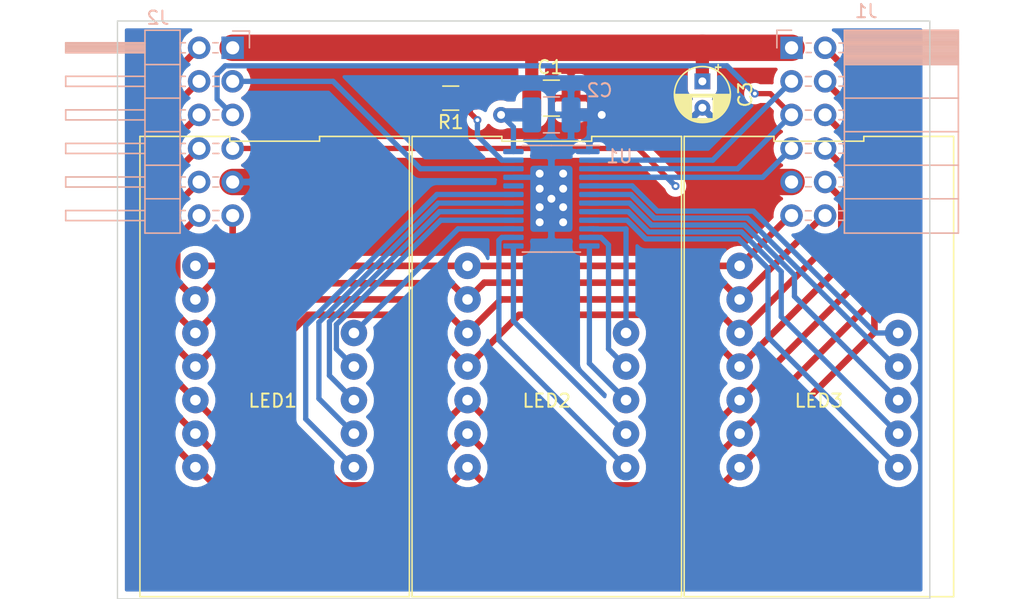
<source format=kicad_pcb>
(kicad_pcb (version 20171130) (host pcbnew "(5.1.4)-1")

  (general
    (thickness 1.6)
    (drawings 4)
    (tracks 249)
    (zones 0)
    (modules 10)
    (nets 31)
  )

  (page A4)
  (layers
    (0 F.Cu signal)
    (31 B.Cu signal)
    (32 B.Adhes user)
    (33 F.Adhes user)
    (34 B.Paste user)
    (35 F.Paste user)
    (36 B.SilkS user)
    (37 F.SilkS user)
    (38 B.Mask user)
    (39 F.Mask user)
    (40 Dwgs.User user)
    (41 Cmts.User user)
    (42 Eco1.User user)
    (43 Eco2.User user)
    (44 Edge.Cuts user)
    (45 Margin user)
    (46 B.CrtYd user)
    (47 F.CrtYd user)
    (48 B.Fab user)
    (49 F.Fab user)
  )

  (setup
    (last_trace_width 0.127)
    (user_trace_width 0.127)
    (user_trace_width 0.25)
    (user_trace_width 0.3)
    (user_trace_width 0.4)
    (user_trace_width 0.5)
    (user_trace_width 1)
    (user_trace_width 2)
    (user_trace_width 3)
    (user_trace_width 4)
    (user_trace_width 5)
    (trace_clearance 0.127)
    (zone_clearance 0.508)
    (zone_45_only no)
    (trace_min 0.127)
    (via_size 0.6)
    (via_drill 0.3)
    (via_min_size 0.6)
    (via_min_drill 0.3)
    (user_via 0.6 0.3)
    (user_via 1.2 0.6)
    (uvia_size 0.3)
    (uvia_drill 0.1)
    (uvias_allowed no)
    (uvia_min_size 0.2)
    (uvia_min_drill 0.1)
    (edge_width 0.05)
    (segment_width 0.2)
    (pcb_text_width 0.3)
    (pcb_text_size 1.5 1.5)
    (mod_edge_width 0.12)
    (mod_text_size 1 1)
    (mod_text_width 0.15)
    (pad_size 1.524 1.524)
    (pad_drill 0.762)
    (pad_to_mask_clearance 0.051)
    (solder_mask_min_width 0.25)
    (aux_axis_origin 0 0)
    (visible_elements 7FFFFFFF)
    (pcbplotparams
      (layerselection 0x010f0_ffffffff)
      (usegerberextensions false)
      (usegerberattributes false)
      (usegerberadvancedattributes false)
      (creategerberjobfile false)
      (excludeedgelayer true)
      (linewidth 0.100000)
      (plotframeref false)
      (viasonmask false)
      (mode 1)
      (useauxorigin false)
      (hpglpennumber 1)
      (hpglpenspeed 20)
      (hpglpendiameter 15.000000)
      (psnegative false)
      (psa4output false)
      (plotreference true)
      (plotvalue true)
      (plotinvisibletext false)
      (padsonsilk false)
      (subtractmaskfromsilk false)
      (outputformat 1)
      (mirror false)
      (drillshape 0)
      (scaleselection 1)
      (outputdirectory "Gerber/"))
  )

  (net 0 "")
  (net 1 GND)
  (net 2 +3V3)
  (net 3 SDI)
  (net 4 CLK)
  (net 5 LE)
  (net 6 R1)
  (net 7 R2)
  (net 8 R3)
  (net 9 R4)
  (net 10 R5)
  (net 11 R6)
  (net 12 R7)
  (net 13 SDO)
  (net 14 "Net-(LED1-Pad12)")
  (net 15 "Net-(LED1-Pad11)")
  (net 16 "Net-(LED1-Pad10)")
  (net 17 "Net-(LED1-Pad9)")
  (net 18 "Net-(LED1-Pad8)")
  (net 19 "Net-(LED2-Pad8)")
  (net 20 "Net-(LED2-Pad9)")
  (net 21 "Net-(LED2-Pad10)")
  (net 22 "Net-(LED2-Pad11)")
  (net 23 "Net-(LED2-Pad12)")
  (net 24 "Net-(LED3-Pad12)")
  (net 25 "Net-(LED3-Pad11)")
  (net 26 "Net-(LED3-Pad10)")
  (net 27 "Net-(LED3-Pad9)")
  (net 28 "Net-(LED3-Pad8)")
  (net 29 "Net-(R1-Pad1)")
  (net 30 "Net-(U1-Pad20)")

  (net_class Default "This is the default net class."
    (clearance 0.127)
    (trace_width 0.127)
    (via_dia 0.6)
    (via_drill 0.3)
    (uvia_dia 0.3)
    (uvia_drill 0.1)
    (add_net +3V3)
    (add_net CLK)
    (add_net GND)
    (add_net LE)
    (add_net "Net-(LED1-Pad10)")
    (add_net "Net-(LED1-Pad11)")
    (add_net "Net-(LED1-Pad12)")
    (add_net "Net-(LED1-Pad8)")
    (add_net "Net-(LED1-Pad9)")
    (add_net "Net-(LED2-Pad10)")
    (add_net "Net-(LED2-Pad11)")
    (add_net "Net-(LED2-Pad12)")
    (add_net "Net-(LED2-Pad8)")
    (add_net "Net-(LED2-Pad9)")
    (add_net "Net-(LED3-Pad10)")
    (add_net "Net-(LED3-Pad11)")
    (add_net "Net-(LED3-Pad12)")
    (add_net "Net-(LED3-Pad8)")
    (add_net "Net-(LED3-Pad9)")
    (add_net "Net-(R1-Pad1)")
    (add_net "Net-(U1-Pad20)")
    (add_net R1)
    (add_net R2)
    (add_net R3)
    (add_net R4)
    (add_net R5)
    (add_net R6)
    (add_net R7)
    (add_net SDI)
    (add_net SDO)
  )

  (module Resistor_SMD:R_1206_3216Metric_Pad1.42x1.75mm_HandSolder (layer F.Cu) (tedit 5B301BBD) (tstamp 5DCF4625)
    (at 135.98 66.34 180)
    (descr "Resistor SMD 1206 (3216 Metric), square (rectangular) end terminal, IPC_7351 nominal with elongated pad for handsoldering. (Body size source: http://www.tortai-tech.com/upload/download/2011102023233369053.pdf), generated with kicad-footprint-generator")
    (tags "resistor handsolder")
    (path /5DD071E2)
    (attr smd)
    (fp_text reference R1 (at 0 -1.82) (layer F.SilkS)
      (effects (font (size 1 1) (thickness 0.15)))
    )
    (fp_text value 1k (at 0 1.82) (layer F.Fab)
      (effects (font (size 1 1) (thickness 0.15)))
    )
    (fp_line (start -1.6 0.8) (end -1.6 -0.8) (layer F.Fab) (width 0.1))
    (fp_line (start -1.6 -0.8) (end 1.6 -0.8) (layer F.Fab) (width 0.1))
    (fp_line (start 1.6 -0.8) (end 1.6 0.8) (layer F.Fab) (width 0.1))
    (fp_line (start 1.6 0.8) (end -1.6 0.8) (layer F.Fab) (width 0.1))
    (fp_line (start -0.602064 -0.91) (end 0.602064 -0.91) (layer F.SilkS) (width 0.12))
    (fp_line (start -0.602064 0.91) (end 0.602064 0.91) (layer F.SilkS) (width 0.12))
    (fp_line (start -2.45 1.12) (end -2.45 -1.12) (layer F.CrtYd) (width 0.05))
    (fp_line (start -2.45 -1.12) (end 2.45 -1.12) (layer F.CrtYd) (width 0.05))
    (fp_line (start 2.45 -1.12) (end 2.45 1.12) (layer F.CrtYd) (width 0.05))
    (fp_line (start 2.45 1.12) (end -2.45 1.12) (layer F.CrtYd) (width 0.05))
    (fp_text user %R (at 0 0) (layer F.Fab)
      (effects (font (size 0.8 0.8) (thickness 0.12)))
    )
    (pad 1 smd roundrect (at -1.4875 0 180) (size 1.425 1.75) (layers F.Cu F.Paste F.Mask) (roundrect_rratio 0.175439)
      (net 29 "Net-(R1-Pad1)"))
    (pad 2 smd roundrect (at 1.4875 0 180) (size 1.425 1.75) (layers F.Cu F.Paste F.Mask) (roundrect_rratio 0.175439)
      (net 1 GND))
    (model ${KISYS3DMOD}/Resistor_SMD.3dshapes/R_1206_3216Metric.wrl
      (at (xyz 0 0 0))
      (scale (xyz 1 1 1))
      (rotate (xyz 0 0 0))
    )
  )

  (module Package_SO:HTSSOP-24-1EP_4.4x7.8mm_P0.65mm_EP3.2x5mm (layer B.Cu) (tedit 5C4F6E3D) (tstamp 5DCF4656)
    (at 143.6 73.96 180)
    (descr "HTSSOP, 24 Pin (https://www.st.com/resource/en/datasheet/stp16cp05.pdf#page=25), generated with kicad-footprint-generator ipc_gullwing_generator.py")
    (tags "HTSSOP SO")
    (path /5DCEE637)
    (attr smd)
    (fp_text reference U1 (at -5.15 3.21) (layer B.SilkS)
      (effects (font (size 1 1) (thickness 0.15)) (justify mirror))
    )
    (fp_text value STP16CPC26XTR (at 0 -4.85) (layer B.Fab)
      (effects (font (size 1 1) (thickness 0.15)) (justify mirror))
    )
    (fp_line (start 0 -4.035) (end 2.2 -4.035) (layer B.SilkS) (width 0.12))
    (fp_line (start 0 -4.035) (end -2.2 -4.035) (layer B.SilkS) (width 0.12))
    (fp_line (start 0 4.035) (end 2.2 4.035) (layer B.SilkS) (width 0.12))
    (fp_line (start 0 4.035) (end -3.65 4.035) (layer B.SilkS) (width 0.12))
    (fp_line (start -1.2 3.9) (end 2.2 3.9) (layer B.Fab) (width 0.1))
    (fp_line (start 2.2 3.9) (end 2.2 -3.9) (layer B.Fab) (width 0.1))
    (fp_line (start 2.2 -3.9) (end -2.2 -3.9) (layer B.Fab) (width 0.1))
    (fp_line (start -2.2 -3.9) (end -2.2 2.9) (layer B.Fab) (width 0.1))
    (fp_line (start -2.2 2.9) (end -1.2 3.9) (layer B.Fab) (width 0.1))
    (fp_line (start -3.9 4.15) (end -3.9 -4.15) (layer B.CrtYd) (width 0.05))
    (fp_line (start -3.9 -4.15) (end 3.9 -4.15) (layer B.CrtYd) (width 0.05))
    (fp_line (start 3.9 -4.15) (end 3.9 4.15) (layer B.CrtYd) (width 0.05))
    (fp_line (start 3.9 4.15) (end -3.9 4.15) (layer B.CrtYd) (width 0.05))
    (fp_text user %R (at 0 0) (layer B.Fab)
      (effects (font (size 1 1) (thickness 0.15)) (justify mirror))
    )
    (pad 25 smd roundrect (at 0 0 180) (size 3.2 5) (layers B.Cu B.Mask) (roundrect_rratio 0.078125)
      (net 1 GND))
    (pad "" smd roundrect (at -0.8 1.67 180) (size 1.29 1.34) (layers B.Paste) (roundrect_rratio 0.193798))
    (pad "" smd roundrect (at -0.8 0 180) (size 1.29 1.34) (layers B.Paste) (roundrect_rratio 0.193798))
    (pad "" smd roundrect (at -0.8 -1.67 180) (size 1.29 1.34) (layers B.Paste) (roundrect_rratio 0.193798))
    (pad "" smd roundrect (at 0.8 1.67 180) (size 1.29 1.34) (layers B.Paste) (roundrect_rratio 0.193798))
    (pad "" smd roundrect (at 0.8 0 180) (size 1.29 1.34) (layers B.Paste) (roundrect_rratio 0.193798))
    (pad "" smd roundrect (at 0.8 -1.67 180) (size 1.29 1.34) (layers B.Paste) (roundrect_rratio 0.193798))
    (pad 1 smd roundrect (at -2.875 3.575 180) (size 1.55 0.4) (layers B.Cu B.Paste B.Mask) (roundrect_rratio 0.25)
      (net 1 GND))
    (pad 2 smd roundrect (at -2.875 2.925 180) (size 1.55 0.4) (layers B.Cu B.Paste B.Mask) (roundrect_rratio 0.25)
      (net 3 SDI))
    (pad 3 smd roundrect (at -2.875 2.275 180) (size 1.55 0.4) (layers B.Cu B.Paste B.Mask) (roundrect_rratio 0.25)
      (net 4 CLK))
    (pad 4 smd roundrect (at -2.875 1.625 180) (size 1.55 0.4) (layers B.Cu B.Paste B.Mask) (roundrect_rratio 0.25)
      (net 5 LE))
    (pad 5 smd roundrect (at -2.875 0.975 180) (size 1.55 0.4) (layers B.Cu B.Paste B.Mask) (roundrect_rratio 0.25)
      (net 24 "Net-(LED3-Pad12)"))
    (pad 6 smd roundrect (at -2.875 0.325 180) (size 1.55 0.4) (layers B.Cu B.Paste B.Mask) (roundrect_rratio 0.25)
      (net 25 "Net-(LED3-Pad11)"))
    (pad 7 smd roundrect (at -2.875 -0.325 180) (size 1.55 0.4) (layers B.Cu B.Paste B.Mask) (roundrect_rratio 0.25)
      (net 26 "Net-(LED3-Pad10)"))
    (pad 8 smd roundrect (at -2.875 -0.975 180) (size 1.55 0.4) (layers B.Cu B.Paste B.Mask) (roundrect_rratio 0.25)
      (net 27 "Net-(LED3-Pad9)"))
    (pad 9 smd roundrect (at -2.875 -1.625 180) (size 1.55 0.4) (layers B.Cu B.Paste B.Mask) (roundrect_rratio 0.25)
      (net 28 "Net-(LED3-Pad8)"))
    (pad 10 smd roundrect (at -2.875 -2.275 180) (size 1.55 0.4) (layers B.Cu B.Paste B.Mask) (roundrect_rratio 0.25)
      (net 23 "Net-(LED2-Pad12)"))
    (pad 11 smd roundrect (at -2.875 -2.925 180) (size 1.55 0.4) (layers B.Cu B.Paste B.Mask) (roundrect_rratio 0.25)
      (net 22 "Net-(LED2-Pad11)"))
    (pad 12 smd roundrect (at -2.875 -3.575 180) (size 1.55 0.4) (layers B.Cu B.Paste B.Mask) (roundrect_rratio 0.25)
      (net 21 "Net-(LED2-Pad10)"))
    (pad 13 smd roundrect (at 2.875 -3.575 180) (size 1.55 0.4) (layers B.Cu B.Paste B.Mask) (roundrect_rratio 0.25)
      (net 20 "Net-(LED2-Pad9)"))
    (pad 14 smd roundrect (at 2.875 -2.925 180) (size 1.55 0.4) (layers B.Cu B.Paste B.Mask) (roundrect_rratio 0.25)
      (net 19 "Net-(LED2-Pad8)"))
    (pad 15 smd roundrect (at 2.875 -2.275 180) (size 1.55 0.4) (layers B.Cu B.Paste B.Mask) (roundrect_rratio 0.25)
      (net 14 "Net-(LED1-Pad12)"))
    (pad 16 smd roundrect (at 2.875 -1.625 180) (size 1.55 0.4) (layers B.Cu B.Paste B.Mask) (roundrect_rratio 0.25)
      (net 15 "Net-(LED1-Pad11)"))
    (pad 17 smd roundrect (at 2.875 -0.975 180) (size 1.55 0.4) (layers B.Cu B.Paste B.Mask) (roundrect_rratio 0.25)
      (net 16 "Net-(LED1-Pad10)"))
    (pad 18 smd roundrect (at 2.875 -0.325 180) (size 1.55 0.4) (layers B.Cu B.Paste B.Mask) (roundrect_rratio 0.25)
      (net 17 "Net-(LED1-Pad9)"))
    (pad 19 smd roundrect (at 2.875 0.325 180) (size 1.55 0.4) (layers B.Cu B.Paste B.Mask) (roundrect_rratio 0.25)
      (net 18 "Net-(LED1-Pad8)"))
    (pad 20 smd roundrect (at 2.875 0.975 180) (size 1.55 0.4) (layers B.Cu B.Paste B.Mask) (roundrect_rratio 0.25)
      (net 30 "Net-(U1-Pad20)"))
    (pad 21 smd roundrect (at 2.875 1.625 180) (size 1.55 0.4) (layers B.Cu B.Paste B.Mask) (roundrect_rratio 0.25)
      (net 1 GND))
    (pad 22 smd roundrect (at 2.875 2.275 180) (size 1.55 0.4) (layers B.Cu B.Paste B.Mask) (roundrect_rratio 0.25)
      (net 13 SDO))
    (pad 23 smd roundrect (at 2.875 2.925 180) (size 1.55 0.4) (layers B.Cu B.Paste B.Mask) (roundrect_rratio 0.25)
      (net 29 "Net-(R1-Pad1)"))
    (pad 24 smd roundrect (at 2.875 3.575 180) (size 1.55 0.4) (layers B.Cu B.Paste B.Mask) (roundrect_rratio 0.25)
      (net 2 +3V3))
    (model ${KISYS3DMOD}/Package_SO.3dshapes/HTSSOP-24-1EP_4.4x7.8mm_P0.65mm_EP3.2x5mm.wrl
      (at (xyz 0 0 0))
      (scale (xyz 1 1 1))
      (rotate (xyz 0 0 0))
    )
    (model ${KISYS3DMOD}/Package_SO.3dshapes/TSSOP-24_4.4x7.8mm_P0.65mm.step
      (at (xyz 0 0 0))
      (scale (xyz 1 1 1))
      (rotate (xyz 0 0 0))
    )
  )

  (module Capacitor_THT:CP_Radial_D4.0mm_P2.00mm (layer F.Cu) (tedit 5AE50EF0) (tstamp 5DCF44CE)
    (at 155.03 65.07 270)
    (descr "CP, Radial series, Radial, pin pitch=2.00mm, , diameter=4mm, Electrolytic Capacitor")
    (tags "CP Radial series Radial pin pitch 2.00mm  diameter 4mm Electrolytic Capacitor")
    (path /5DD3F8ED)
    (fp_text reference C3 (at 1 -3.25 270) (layer F.SilkS)
      (effects (font (size 1 1) (thickness 0.15)))
    )
    (fp_text value 10u (at 1 3.25 270) (layer F.Fab)
      (effects (font (size 1 1) (thickness 0.15)))
    )
    (fp_circle (center 1 0) (end 3 0) (layer F.Fab) (width 0.1))
    (fp_circle (center 1 0) (end 3.12 0) (layer F.SilkS) (width 0.12))
    (fp_circle (center 1 0) (end 3.25 0) (layer F.CrtYd) (width 0.05))
    (fp_line (start -0.702554 -0.8675) (end -0.302554 -0.8675) (layer F.Fab) (width 0.1))
    (fp_line (start -0.502554 -1.0675) (end -0.502554 -0.6675) (layer F.Fab) (width 0.1))
    (fp_line (start 1 -2.08) (end 1 2.08) (layer F.SilkS) (width 0.12))
    (fp_line (start 1.04 -2.08) (end 1.04 2.08) (layer F.SilkS) (width 0.12))
    (fp_line (start 1.08 -2.079) (end 1.08 2.079) (layer F.SilkS) (width 0.12))
    (fp_line (start 1.12 -2.077) (end 1.12 2.077) (layer F.SilkS) (width 0.12))
    (fp_line (start 1.16 -2.074) (end 1.16 2.074) (layer F.SilkS) (width 0.12))
    (fp_line (start 1.2 -2.071) (end 1.2 -0.84) (layer F.SilkS) (width 0.12))
    (fp_line (start 1.2 0.84) (end 1.2 2.071) (layer F.SilkS) (width 0.12))
    (fp_line (start 1.24 -2.067) (end 1.24 -0.84) (layer F.SilkS) (width 0.12))
    (fp_line (start 1.24 0.84) (end 1.24 2.067) (layer F.SilkS) (width 0.12))
    (fp_line (start 1.28 -2.062) (end 1.28 -0.84) (layer F.SilkS) (width 0.12))
    (fp_line (start 1.28 0.84) (end 1.28 2.062) (layer F.SilkS) (width 0.12))
    (fp_line (start 1.32 -2.056) (end 1.32 -0.84) (layer F.SilkS) (width 0.12))
    (fp_line (start 1.32 0.84) (end 1.32 2.056) (layer F.SilkS) (width 0.12))
    (fp_line (start 1.36 -2.05) (end 1.36 -0.84) (layer F.SilkS) (width 0.12))
    (fp_line (start 1.36 0.84) (end 1.36 2.05) (layer F.SilkS) (width 0.12))
    (fp_line (start 1.4 -2.042) (end 1.4 -0.84) (layer F.SilkS) (width 0.12))
    (fp_line (start 1.4 0.84) (end 1.4 2.042) (layer F.SilkS) (width 0.12))
    (fp_line (start 1.44 -2.034) (end 1.44 -0.84) (layer F.SilkS) (width 0.12))
    (fp_line (start 1.44 0.84) (end 1.44 2.034) (layer F.SilkS) (width 0.12))
    (fp_line (start 1.48 -2.025) (end 1.48 -0.84) (layer F.SilkS) (width 0.12))
    (fp_line (start 1.48 0.84) (end 1.48 2.025) (layer F.SilkS) (width 0.12))
    (fp_line (start 1.52 -2.016) (end 1.52 -0.84) (layer F.SilkS) (width 0.12))
    (fp_line (start 1.52 0.84) (end 1.52 2.016) (layer F.SilkS) (width 0.12))
    (fp_line (start 1.56 -2.005) (end 1.56 -0.84) (layer F.SilkS) (width 0.12))
    (fp_line (start 1.56 0.84) (end 1.56 2.005) (layer F.SilkS) (width 0.12))
    (fp_line (start 1.6 -1.994) (end 1.6 -0.84) (layer F.SilkS) (width 0.12))
    (fp_line (start 1.6 0.84) (end 1.6 1.994) (layer F.SilkS) (width 0.12))
    (fp_line (start 1.64 -1.982) (end 1.64 -0.84) (layer F.SilkS) (width 0.12))
    (fp_line (start 1.64 0.84) (end 1.64 1.982) (layer F.SilkS) (width 0.12))
    (fp_line (start 1.68 -1.968) (end 1.68 -0.84) (layer F.SilkS) (width 0.12))
    (fp_line (start 1.68 0.84) (end 1.68 1.968) (layer F.SilkS) (width 0.12))
    (fp_line (start 1.721 -1.954) (end 1.721 -0.84) (layer F.SilkS) (width 0.12))
    (fp_line (start 1.721 0.84) (end 1.721 1.954) (layer F.SilkS) (width 0.12))
    (fp_line (start 1.761 -1.94) (end 1.761 -0.84) (layer F.SilkS) (width 0.12))
    (fp_line (start 1.761 0.84) (end 1.761 1.94) (layer F.SilkS) (width 0.12))
    (fp_line (start 1.801 -1.924) (end 1.801 -0.84) (layer F.SilkS) (width 0.12))
    (fp_line (start 1.801 0.84) (end 1.801 1.924) (layer F.SilkS) (width 0.12))
    (fp_line (start 1.841 -1.907) (end 1.841 -0.84) (layer F.SilkS) (width 0.12))
    (fp_line (start 1.841 0.84) (end 1.841 1.907) (layer F.SilkS) (width 0.12))
    (fp_line (start 1.881 -1.889) (end 1.881 -0.84) (layer F.SilkS) (width 0.12))
    (fp_line (start 1.881 0.84) (end 1.881 1.889) (layer F.SilkS) (width 0.12))
    (fp_line (start 1.921 -1.87) (end 1.921 -0.84) (layer F.SilkS) (width 0.12))
    (fp_line (start 1.921 0.84) (end 1.921 1.87) (layer F.SilkS) (width 0.12))
    (fp_line (start 1.961 -1.851) (end 1.961 -0.84) (layer F.SilkS) (width 0.12))
    (fp_line (start 1.961 0.84) (end 1.961 1.851) (layer F.SilkS) (width 0.12))
    (fp_line (start 2.001 -1.83) (end 2.001 -0.84) (layer F.SilkS) (width 0.12))
    (fp_line (start 2.001 0.84) (end 2.001 1.83) (layer F.SilkS) (width 0.12))
    (fp_line (start 2.041 -1.808) (end 2.041 -0.84) (layer F.SilkS) (width 0.12))
    (fp_line (start 2.041 0.84) (end 2.041 1.808) (layer F.SilkS) (width 0.12))
    (fp_line (start 2.081 -1.785) (end 2.081 -0.84) (layer F.SilkS) (width 0.12))
    (fp_line (start 2.081 0.84) (end 2.081 1.785) (layer F.SilkS) (width 0.12))
    (fp_line (start 2.121 -1.76) (end 2.121 -0.84) (layer F.SilkS) (width 0.12))
    (fp_line (start 2.121 0.84) (end 2.121 1.76) (layer F.SilkS) (width 0.12))
    (fp_line (start 2.161 -1.735) (end 2.161 -0.84) (layer F.SilkS) (width 0.12))
    (fp_line (start 2.161 0.84) (end 2.161 1.735) (layer F.SilkS) (width 0.12))
    (fp_line (start 2.201 -1.708) (end 2.201 -0.84) (layer F.SilkS) (width 0.12))
    (fp_line (start 2.201 0.84) (end 2.201 1.708) (layer F.SilkS) (width 0.12))
    (fp_line (start 2.241 -1.68) (end 2.241 -0.84) (layer F.SilkS) (width 0.12))
    (fp_line (start 2.241 0.84) (end 2.241 1.68) (layer F.SilkS) (width 0.12))
    (fp_line (start 2.281 -1.65) (end 2.281 -0.84) (layer F.SilkS) (width 0.12))
    (fp_line (start 2.281 0.84) (end 2.281 1.65) (layer F.SilkS) (width 0.12))
    (fp_line (start 2.321 -1.619) (end 2.321 -0.84) (layer F.SilkS) (width 0.12))
    (fp_line (start 2.321 0.84) (end 2.321 1.619) (layer F.SilkS) (width 0.12))
    (fp_line (start 2.361 -1.587) (end 2.361 -0.84) (layer F.SilkS) (width 0.12))
    (fp_line (start 2.361 0.84) (end 2.361 1.587) (layer F.SilkS) (width 0.12))
    (fp_line (start 2.401 -1.552) (end 2.401 -0.84) (layer F.SilkS) (width 0.12))
    (fp_line (start 2.401 0.84) (end 2.401 1.552) (layer F.SilkS) (width 0.12))
    (fp_line (start 2.441 -1.516) (end 2.441 -0.84) (layer F.SilkS) (width 0.12))
    (fp_line (start 2.441 0.84) (end 2.441 1.516) (layer F.SilkS) (width 0.12))
    (fp_line (start 2.481 -1.478) (end 2.481 -0.84) (layer F.SilkS) (width 0.12))
    (fp_line (start 2.481 0.84) (end 2.481 1.478) (layer F.SilkS) (width 0.12))
    (fp_line (start 2.521 -1.438) (end 2.521 -0.84) (layer F.SilkS) (width 0.12))
    (fp_line (start 2.521 0.84) (end 2.521 1.438) (layer F.SilkS) (width 0.12))
    (fp_line (start 2.561 -1.396) (end 2.561 -0.84) (layer F.SilkS) (width 0.12))
    (fp_line (start 2.561 0.84) (end 2.561 1.396) (layer F.SilkS) (width 0.12))
    (fp_line (start 2.601 -1.351) (end 2.601 -0.84) (layer F.SilkS) (width 0.12))
    (fp_line (start 2.601 0.84) (end 2.601 1.351) (layer F.SilkS) (width 0.12))
    (fp_line (start 2.641 -1.304) (end 2.641 -0.84) (layer F.SilkS) (width 0.12))
    (fp_line (start 2.641 0.84) (end 2.641 1.304) (layer F.SilkS) (width 0.12))
    (fp_line (start 2.681 -1.254) (end 2.681 -0.84) (layer F.SilkS) (width 0.12))
    (fp_line (start 2.681 0.84) (end 2.681 1.254) (layer F.SilkS) (width 0.12))
    (fp_line (start 2.721 -1.2) (end 2.721 -0.84) (layer F.SilkS) (width 0.12))
    (fp_line (start 2.721 0.84) (end 2.721 1.2) (layer F.SilkS) (width 0.12))
    (fp_line (start 2.761 -1.142) (end 2.761 -0.84) (layer F.SilkS) (width 0.12))
    (fp_line (start 2.761 0.84) (end 2.761 1.142) (layer F.SilkS) (width 0.12))
    (fp_line (start 2.801 -1.08) (end 2.801 -0.84) (layer F.SilkS) (width 0.12))
    (fp_line (start 2.801 0.84) (end 2.801 1.08) (layer F.SilkS) (width 0.12))
    (fp_line (start 2.841 -1.013) (end 2.841 1.013) (layer F.SilkS) (width 0.12))
    (fp_line (start 2.881 -0.94) (end 2.881 0.94) (layer F.SilkS) (width 0.12))
    (fp_line (start 2.921 -0.859) (end 2.921 0.859) (layer F.SilkS) (width 0.12))
    (fp_line (start 2.961 -0.768) (end 2.961 0.768) (layer F.SilkS) (width 0.12))
    (fp_line (start 3.001 -0.664) (end 3.001 0.664) (layer F.SilkS) (width 0.12))
    (fp_line (start 3.041 -0.537) (end 3.041 0.537) (layer F.SilkS) (width 0.12))
    (fp_line (start 3.081 -0.37) (end 3.081 0.37) (layer F.SilkS) (width 0.12))
    (fp_line (start -1.269801 -1.195) (end -0.869801 -1.195) (layer F.SilkS) (width 0.12))
    (fp_line (start -1.069801 -1.395) (end -1.069801 -0.995) (layer F.SilkS) (width 0.12))
    (fp_text user %R (at 1 0 270) (layer F.Fab)
      (effects (font (size 0.8 0.8) (thickness 0.12)))
    )
    (pad 1 thru_hole rect (at 0 0 270) (size 1.2 1.2) (drill 0.6) (layers *.Cu *.Mask)
      (net 2 +3V3))
    (pad 2 thru_hole circle (at 2 0 270) (size 1.2 1.2) (drill 0.6) (layers *.Cu *.Mask)
      (net 1 GND))
    (model ${KISYS3DMOD}/Capacitor_THT.3dshapes/CP_Radial_D4.0mm_P2.00mm.wrl
      (at (xyz 0 0 0))
      (scale (xyz 1 1 1))
      (rotate (xyz 0 0 0))
    )
  )

  (module LEDClock:SUNLIGHT_SLDS1357CRA1BD-4.5 (layer F.Cu) (tedit 5DCEEB88) (tstamp 5DCF789C)
    (at 163.85 86.66 270)
    (path /5DCF27B1)
    (fp_text reference LED3 (at 2.59 0) (layer F.SilkS)
      (effects (font (size 1 1) (thickness 0.15)))
    )
    (fp_text value SUNLIGHT_SLDS1357CRA1BD-4.5 (at 0 0 90) (layer F.Fab)
      (effects (font (size 1 1) (thickness 0.15)))
    )
    (fp_line (start -17.42 10.199999) (end 17.42 10.2) (layer F.SilkS) (width 0.12))
    (fp_line (start 17.42 10.2) (end 17.42 -10.199999) (layer F.SilkS) (width 0.12))
    (fp_line (start 17.42 -10.199999) (end -17.42 -10.2) (layer F.SilkS) (width 0.12))
    (fp_line (start -17.42 -10.2) (end -17.42 -3.4) (layer F.SilkS) (width 0.12))
    (fp_line (start -17.42 -3.4) (end -17.06 -3.4) (layer F.SilkS) (width 0.12))
    (fp_line (start -17.06 -3.4) (end -17.06 3.399999) (layer F.SilkS) (width 0.12))
    (fp_line (start -17.06 3.399999) (end -17.42 3.399999) (layer F.SilkS) (width 0.12))
    (fp_line (start -17.42 3.399999) (end -17.42 10.199999) (layer F.SilkS) (width 0.12))
    (fp_line (start -8.87 -7.25) (end 8.87 -7.25) (layer F.CrtYd) (width 0.05))
    (fp_line (start 8.87 -7.25) (end 8.87 7.25) (layer F.CrtYd) (width 0.05))
    (fp_line (start 8.87 7.25) (end -8.87 7.25) (layer F.CrtYd) (width 0.05))
    (fp_line (start -8.87 7.25) (end -8.87 -7.25) (layer F.CrtYd) (width 0.05))
    (pad 1 thru_hole circle (at -7.62 6 270) (size 2 2) (drill 0.8) (layers *.Cu *.Mask)
      (net 6 R1))
    (pad 2 thru_hole circle (at -5.08 6 270) (size 2 2) (drill 0.8) (layers *.Cu *.Mask)
      (net 7 R2))
    (pad 12 thru_hole circle (at -2.54 -6 270) (size 2 2) (drill 0.8) (layers *.Cu *.Mask)
      (net 24 "Net-(LED3-Pad12)"))
    (pad 3 thru_hole circle (at -2.54 6 270) (size 2 2) (drill 0.8) (layers *.Cu *.Mask)
      (net 8 R3))
    (pad 11 thru_hole circle (at 0 -6 270) (size 2 2) (drill 0.8) (layers *.Cu *.Mask)
      (net 25 "Net-(LED3-Pad11)"))
    (pad 4 thru_hole circle (at 0 6 270) (size 2 2) (drill 0.8) (layers *.Cu *.Mask)
      (net 9 R4))
    (pad 10 thru_hole circle (at 2.54 -6 270) (size 2 2) (drill 0.8) (layers *.Cu *.Mask)
      (net 26 "Net-(LED3-Pad10)"))
    (pad 5 thru_hole circle (at 2.54 6 270) (size 2 2) (drill 0.8) (layers *.Cu *.Mask)
      (net 10 R5))
    (pad 9 thru_hole circle (at 5.08 -6 270) (size 2 2) (drill 0.8) (layers *.Cu *.Mask)
      (net 27 "Net-(LED3-Pad9)"))
    (pad 6 thru_hole circle (at 5.08 6 270) (size 2 2) (drill 0.8) (layers *.Cu *.Mask)
      (net 11 R6))
    (pad 8 thru_hole circle (at 7.62 -6 270) (size 2 2) (drill 0.8) (layers *.Cu *.Mask)
      (net 28 "Net-(LED3-Pad8)"))
    (pad 7 thru_hole circle (at 7.62 6 270) (size 2 2) (drill 0.8) (layers *.Cu *.Mask)
      (net 12 R7))
  )

  (module Capacitor_SMD:C_1210_3225Metric_Pad1.42x2.65mm_HandSolder (layer F.Cu) (tedit 5B301BBE) (tstamp 5DCF4451)
    (at 143.6 66.34)
    (descr "Capacitor SMD 1210 (3225 Metric), square (rectangular) end terminal, IPC_7351 nominal with elongated pad for handsoldering. (Body size source: http://www.tortai-tech.com/upload/download/2011102023233369053.pdf), generated with kicad-footprint-generator")
    (tags "capacitor handsolder")
    (path /5DD49734)
    (attr smd)
    (fp_text reference C1 (at -0.1 -2.34 180) (layer F.SilkS)
      (effects (font (size 1 1) (thickness 0.15)))
    )
    (fp_text value 100n (at 0 2.28 180) (layer F.Fab)
      (effects (font (size 1 1) (thickness 0.15)))
    )
    (fp_text user %R (at 0 0 180) (layer F.Fab)
      (effects (font (size 0.8 0.8) (thickness 0.12)))
    )
    (fp_line (start 2.45 1.58) (end -2.45 1.58) (layer F.CrtYd) (width 0.05))
    (fp_line (start 2.45 -1.58) (end 2.45 1.58) (layer F.CrtYd) (width 0.05))
    (fp_line (start -2.45 -1.58) (end 2.45 -1.58) (layer F.CrtYd) (width 0.05))
    (fp_line (start -2.45 1.58) (end -2.45 -1.58) (layer F.CrtYd) (width 0.05))
    (fp_line (start -0.602064 1.36) (end 0.602064 1.36) (layer F.SilkS) (width 0.12))
    (fp_line (start -0.602064 -1.36) (end 0.602064 -1.36) (layer F.SilkS) (width 0.12))
    (fp_line (start 1.6 1.25) (end -1.6 1.25) (layer F.Fab) (width 0.1))
    (fp_line (start 1.6 -1.25) (end 1.6 1.25) (layer F.Fab) (width 0.1))
    (fp_line (start -1.6 -1.25) (end 1.6 -1.25) (layer F.Fab) (width 0.1))
    (fp_line (start -1.6 1.25) (end -1.6 -1.25) (layer F.Fab) (width 0.1))
    (pad 2 smd roundrect (at 1.4875 0) (size 1.425 2.65) (layers F.Cu F.Paste F.Mask) (roundrect_rratio 0.175439)
      (net 1 GND))
    (pad 1 smd roundrect (at -1.4875 0) (size 1.425 2.65) (layers F.Cu F.Paste F.Mask) (roundrect_rratio 0.175439)
      (net 2 +3V3))
    (model ${KISYS3DMOD}/Capacitor_SMD.3dshapes/C_1210_3225Metric.wrl
      (at (xyz 0 0 0))
      (scale (xyz 1 1 1))
      (rotate (xyz 0 0 0))
    )
  )

  (module Capacitor_SMD:C_1210_3225Metric_Pad1.42x2.65mm_HandSolder (layer B.Cu) (tedit 5B301BBE) (tstamp 5DCFF6C3)
    (at 143.6 67.61)
    (descr "Capacitor SMD 1210 (3225 Metric), square (rectangular) end terminal, IPC_7351 nominal with elongated pad for handsoldering. (Body size source: http://www.tortai-tech.com/upload/download/2011102023233369053.pdf), generated with kicad-footprint-generator")
    (tags "capacitor handsolder")
    (path /5DD3F36A)
    (attr smd)
    (fp_text reference C2 (at 3.65 -1.86 180) (layer B.SilkS)
      (effects (font (size 1 1) (thickness 0.15)) (justify mirror))
    )
    (fp_text value 100n (at 0 -2.28 180) (layer B.Fab)
      (effects (font (size 1 1) (thickness 0.15)) (justify mirror))
    )
    (fp_line (start -1.6 -1.25) (end -1.6 1.25) (layer B.Fab) (width 0.1))
    (fp_line (start -1.6 1.25) (end 1.6 1.25) (layer B.Fab) (width 0.1))
    (fp_line (start 1.6 1.25) (end 1.6 -1.25) (layer B.Fab) (width 0.1))
    (fp_line (start 1.6 -1.25) (end -1.6 -1.25) (layer B.Fab) (width 0.1))
    (fp_line (start -0.602064 1.36) (end 0.602064 1.36) (layer B.SilkS) (width 0.12))
    (fp_line (start -0.602064 -1.36) (end 0.602064 -1.36) (layer B.SilkS) (width 0.12))
    (fp_line (start -2.45 -1.58) (end -2.45 1.58) (layer B.CrtYd) (width 0.05))
    (fp_line (start -2.45 1.58) (end 2.45 1.58) (layer B.CrtYd) (width 0.05))
    (fp_line (start 2.45 1.58) (end 2.45 -1.58) (layer B.CrtYd) (width 0.05))
    (fp_line (start 2.45 -1.58) (end -2.45 -1.58) (layer B.CrtYd) (width 0.05))
    (fp_text user %R (at 0 0 180) (layer B.Fab)
      (effects (font (size 0.8 0.8) (thickness 0.12)) (justify mirror))
    )
    (pad 1 smd roundrect (at -1.4875 0) (size 1.425 2.65) (layers B.Cu B.Paste B.Mask) (roundrect_rratio 0.175439)
      (net 2 +3V3))
    (pad 2 smd roundrect (at 1.4875 0) (size 1.425 2.65) (layers B.Cu B.Paste B.Mask) (roundrect_rratio 0.175439)
      (net 1 GND))
    (model ${KISYS3DMOD}/Capacitor_SMD.3dshapes/C_1210_3225Metric.wrl
      (at (xyz 0 0 0))
      (scale (xyz 1 1 1))
      (rotate (xyz 0 0 0))
    )
  )

  (module Connector_PinHeader_2.54mm:PinHeader_2x06_P2.54mm_Horizontal (layer B.Cu) (tedit 59FED5CB) (tstamp 5DCF6040)
    (at 119.47 62.53 180)
    (descr "Through hole angled pin header, 2x06, 2.54mm pitch, 6mm pin length, double rows")
    (tags "Through hole angled pin header THT 2x06 2.54mm double row")
    (path /5DD3D2C4)
    (fp_text reference J2 (at 5.655 2.27) (layer B.SilkS)
      (effects (font (size 1 1) (thickness 0.15)) (justify mirror))
    )
    (fp_text value Conn_02x06_Counter_Clockwise (at 5.655 -14.97) (layer B.Fab)
      (effects (font (size 1 1) (thickness 0.15)) (justify mirror))
    )
    (fp_text user %R (at 5.31 -6.35 270) (layer B.Fab)
      (effects (font (size 1 1) (thickness 0.15)) (justify mirror))
    )
    (fp_line (start 13.1 1.8) (end -1.8 1.8) (layer B.CrtYd) (width 0.05))
    (fp_line (start 13.1 -14.5) (end 13.1 1.8) (layer B.CrtYd) (width 0.05))
    (fp_line (start -1.8 -14.5) (end 13.1 -14.5) (layer B.CrtYd) (width 0.05))
    (fp_line (start -1.8 1.8) (end -1.8 -14.5) (layer B.CrtYd) (width 0.05))
    (fp_line (start -1.27 1.27) (end 0 1.27) (layer B.SilkS) (width 0.12))
    (fp_line (start -1.27 0) (end -1.27 1.27) (layer B.SilkS) (width 0.12))
    (fp_line (start 1.042929 -13.08) (end 1.497071 -13.08) (layer B.SilkS) (width 0.12))
    (fp_line (start 1.042929 -12.32) (end 1.497071 -12.32) (layer B.SilkS) (width 0.12))
    (fp_line (start 3.582929 -13.08) (end 3.98 -13.08) (layer B.SilkS) (width 0.12))
    (fp_line (start 3.582929 -12.32) (end 3.98 -12.32) (layer B.SilkS) (width 0.12))
    (fp_line (start 12.64 -13.08) (end 6.64 -13.08) (layer B.SilkS) (width 0.12))
    (fp_line (start 12.64 -12.32) (end 12.64 -13.08) (layer B.SilkS) (width 0.12))
    (fp_line (start 6.64 -12.32) (end 12.64 -12.32) (layer B.SilkS) (width 0.12))
    (fp_line (start 3.98 -11.43) (end 6.64 -11.43) (layer B.SilkS) (width 0.12))
    (fp_line (start 1.042929 -10.54) (end 1.497071 -10.54) (layer B.SilkS) (width 0.12))
    (fp_line (start 1.042929 -9.78) (end 1.497071 -9.78) (layer B.SilkS) (width 0.12))
    (fp_line (start 3.582929 -10.54) (end 3.98 -10.54) (layer B.SilkS) (width 0.12))
    (fp_line (start 3.582929 -9.78) (end 3.98 -9.78) (layer B.SilkS) (width 0.12))
    (fp_line (start 12.64 -10.54) (end 6.64 -10.54) (layer B.SilkS) (width 0.12))
    (fp_line (start 12.64 -9.78) (end 12.64 -10.54) (layer B.SilkS) (width 0.12))
    (fp_line (start 6.64 -9.78) (end 12.64 -9.78) (layer B.SilkS) (width 0.12))
    (fp_line (start 3.98 -8.89) (end 6.64 -8.89) (layer B.SilkS) (width 0.12))
    (fp_line (start 1.042929 -8) (end 1.497071 -8) (layer B.SilkS) (width 0.12))
    (fp_line (start 1.042929 -7.24) (end 1.497071 -7.24) (layer B.SilkS) (width 0.12))
    (fp_line (start 3.582929 -8) (end 3.98 -8) (layer B.SilkS) (width 0.12))
    (fp_line (start 3.582929 -7.24) (end 3.98 -7.24) (layer B.SilkS) (width 0.12))
    (fp_line (start 12.64 -8) (end 6.64 -8) (layer B.SilkS) (width 0.12))
    (fp_line (start 12.64 -7.24) (end 12.64 -8) (layer B.SilkS) (width 0.12))
    (fp_line (start 6.64 -7.24) (end 12.64 -7.24) (layer B.SilkS) (width 0.12))
    (fp_line (start 3.98 -6.35) (end 6.64 -6.35) (layer B.SilkS) (width 0.12))
    (fp_line (start 1.042929 -5.46) (end 1.497071 -5.46) (layer B.SilkS) (width 0.12))
    (fp_line (start 1.042929 -4.7) (end 1.497071 -4.7) (layer B.SilkS) (width 0.12))
    (fp_line (start 3.582929 -5.46) (end 3.98 -5.46) (layer B.SilkS) (width 0.12))
    (fp_line (start 3.582929 -4.7) (end 3.98 -4.7) (layer B.SilkS) (width 0.12))
    (fp_line (start 12.64 -5.46) (end 6.64 -5.46) (layer B.SilkS) (width 0.12))
    (fp_line (start 12.64 -4.7) (end 12.64 -5.46) (layer B.SilkS) (width 0.12))
    (fp_line (start 6.64 -4.7) (end 12.64 -4.7) (layer B.SilkS) (width 0.12))
    (fp_line (start 3.98 -3.81) (end 6.64 -3.81) (layer B.SilkS) (width 0.12))
    (fp_line (start 1.042929 -2.92) (end 1.497071 -2.92) (layer B.SilkS) (width 0.12))
    (fp_line (start 1.042929 -2.16) (end 1.497071 -2.16) (layer B.SilkS) (width 0.12))
    (fp_line (start 3.582929 -2.92) (end 3.98 -2.92) (layer B.SilkS) (width 0.12))
    (fp_line (start 3.582929 -2.16) (end 3.98 -2.16) (layer B.SilkS) (width 0.12))
    (fp_line (start 12.64 -2.92) (end 6.64 -2.92) (layer B.SilkS) (width 0.12))
    (fp_line (start 12.64 -2.16) (end 12.64 -2.92) (layer B.SilkS) (width 0.12))
    (fp_line (start 6.64 -2.16) (end 12.64 -2.16) (layer B.SilkS) (width 0.12))
    (fp_line (start 3.98 -1.27) (end 6.64 -1.27) (layer B.SilkS) (width 0.12))
    (fp_line (start 1.11 -0.38) (end 1.497071 -0.38) (layer B.SilkS) (width 0.12))
    (fp_line (start 1.11 0.38) (end 1.497071 0.38) (layer B.SilkS) (width 0.12))
    (fp_line (start 3.582929 -0.38) (end 3.98 -0.38) (layer B.SilkS) (width 0.12))
    (fp_line (start 3.582929 0.38) (end 3.98 0.38) (layer B.SilkS) (width 0.12))
    (fp_line (start 6.64 -0.28) (end 12.64 -0.28) (layer B.SilkS) (width 0.12))
    (fp_line (start 6.64 -0.16) (end 12.64 -0.16) (layer B.SilkS) (width 0.12))
    (fp_line (start 6.64 -0.04) (end 12.64 -0.04) (layer B.SilkS) (width 0.12))
    (fp_line (start 6.64 0.08) (end 12.64 0.08) (layer B.SilkS) (width 0.12))
    (fp_line (start 6.64 0.2) (end 12.64 0.2) (layer B.SilkS) (width 0.12))
    (fp_line (start 6.64 0.32) (end 12.64 0.32) (layer B.SilkS) (width 0.12))
    (fp_line (start 12.64 -0.38) (end 6.64 -0.38) (layer B.SilkS) (width 0.12))
    (fp_line (start 12.64 0.38) (end 12.64 -0.38) (layer B.SilkS) (width 0.12))
    (fp_line (start 6.64 0.38) (end 12.64 0.38) (layer B.SilkS) (width 0.12))
    (fp_line (start 6.64 1.33) (end 3.98 1.33) (layer B.SilkS) (width 0.12))
    (fp_line (start 6.64 -14.03) (end 6.64 1.33) (layer B.SilkS) (width 0.12))
    (fp_line (start 3.98 -14.03) (end 6.64 -14.03) (layer B.SilkS) (width 0.12))
    (fp_line (start 3.98 1.33) (end 3.98 -14.03) (layer B.SilkS) (width 0.12))
    (fp_line (start 6.58 -13.02) (end 12.58 -13.02) (layer B.Fab) (width 0.1))
    (fp_line (start 12.58 -12.38) (end 12.58 -13.02) (layer B.Fab) (width 0.1))
    (fp_line (start 6.58 -12.38) (end 12.58 -12.38) (layer B.Fab) (width 0.1))
    (fp_line (start -0.32 -13.02) (end 4.04 -13.02) (layer B.Fab) (width 0.1))
    (fp_line (start -0.32 -12.38) (end -0.32 -13.02) (layer B.Fab) (width 0.1))
    (fp_line (start -0.32 -12.38) (end 4.04 -12.38) (layer B.Fab) (width 0.1))
    (fp_line (start 6.58 -10.48) (end 12.58 -10.48) (layer B.Fab) (width 0.1))
    (fp_line (start 12.58 -9.84) (end 12.58 -10.48) (layer B.Fab) (width 0.1))
    (fp_line (start 6.58 -9.84) (end 12.58 -9.84) (layer B.Fab) (width 0.1))
    (fp_line (start -0.32 -10.48) (end 4.04 -10.48) (layer B.Fab) (width 0.1))
    (fp_line (start -0.32 -9.84) (end -0.32 -10.48) (layer B.Fab) (width 0.1))
    (fp_line (start -0.32 -9.84) (end 4.04 -9.84) (layer B.Fab) (width 0.1))
    (fp_line (start 6.58 -7.94) (end 12.58 -7.94) (layer B.Fab) (width 0.1))
    (fp_line (start 12.58 -7.3) (end 12.58 -7.94) (layer B.Fab) (width 0.1))
    (fp_line (start 6.58 -7.3) (end 12.58 -7.3) (layer B.Fab) (width 0.1))
    (fp_line (start -0.32 -7.94) (end 4.04 -7.94) (layer B.Fab) (width 0.1))
    (fp_line (start -0.32 -7.3) (end -0.32 -7.94) (layer B.Fab) (width 0.1))
    (fp_line (start -0.32 -7.3) (end 4.04 -7.3) (layer B.Fab) (width 0.1))
    (fp_line (start 6.58 -5.4) (end 12.58 -5.4) (layer B.Fab) (width 0.1))
    (fp_line (start 12.58 -4.76) (end 12.58 -5.4) (layer B.Fab) (width 0.1))
    (fp_line (start 6.58 -4.76) (end 12.58 -4.76) (layer B.Fab) (width 0.1))
    (fp_line (start -0.32 -5.4) (end 4.04 -5.4) (layer B.Fab) (width 0.1))
    (fp_line (start -0.32 -4.76) (end -0.32 -5.4) (layer B.Fab) (width 0.1))
    (fp_line (start -0.32 -4.76) (end 4.04 -4.76) (layer B.Fab) (width 0.1))
    (fp_line (start 6.58 -2.86) (end 12.58 -2.86) (layer B.Fab) (width 0.1))
    (fp_line (start 12.58 -2.22) (end 12.58 -2.86) (layer B.Fab) (width 0.1))
    (fp_line (start 6.58 -2.22) (end 12.58 -2.22) (layer B.Fab) (width 0.1))
    (fp_line (start -0.32 -2.86) (end 4.04 -2.86) (layer B.Fab) (width 0.1))
    (fp_line (start -0.32 -2.22) (end -0.32 -2.86) (layer B.Fab) (width 0.1))
    (fp_line (start -0.32 -2.22) (end 4.04 -2.22) (layer B.Fab) (width 0.1))
    (fp_line (start 6.58 -0.32) (end 12.58 -0.32) (layer B.Fab) (width 0.1))
    (fp_line (start 12.58 0.32) (end 12.58 -0.32) (layer B.Fab) (width 0.1))
    (fp_line (start 6.58 0.32) (end 12.58 0.32) (layer B.Fab) (width 0.1))
    (fp_line (start -0.32 -0.32) (end 4.04 -0.32) (layer B.Fab) (width 0.1))
    (fp_line (start -0.32 0.32) (end -0.32 -0.32) (layer B.Fab) (width 0.1))
    (fp_line (start -0.32 0.32) (end 4.04 0.32) (layer B.Fab) (width 0.1))
    (fp_line (start 4.04 0.635) (end 4.675 1.27) (layer B.Fab) (width 0.1))
    (fp_line (start 4.04 -13.97) (end 4.04 0.635) (layer B.Fab) (width 0.1))
    (fp_line (start 6.58 -13.97) (end 4.04 -13.97) (layer B.Fab) (width 0.1))
    (fp_line (start 6.58 1.27) (end 6.58 -13.97) (layer B.Fab) (width 0.1))
    (fp_line (start 4.675 1.27) (end 6.58 1.27) (layer B.Fab) (width 0.1))
    (pad 12 thru_hole oval (at 2.54 -12.7 180) (size 1.7 1.7) (drill 1) (layers *.Cu *.Mask)
      (net 7 R2))
    (pad 11 thru_hole oval (at 0 -12.7 180) (size 1.7 1.7) (drill 1) (layers *.Cu *.Mask)
      (net 6 R1))
    (pad 10 thru_hole oval (at 2.54 -10.16 180) (size 1.7 1.7) (drill 1) (layers *.Cu *.Mask)
      (net 8 R3))
    (pad 9 thru_hole oval (at 0 -10.16 180) (size 1.7 1.7) (drill 1) (layers *.Cu *.Mask)
      (net 1 GND))
    (pad 8 thru_hole oval (at 2.54 -7.62 180) (size 1.7 1.7) (drill 1) (layers *.Cu *.Mask)
      (net 9 R4))
    (pad 7 thru_hole oval (at 0 -7.62 180) (size 1.7 1.7) (drill 1) (layers *.Cu *.Mask)
      (net 5 LE))
    (pad 6 thru_hole oval (at 2.54 -5.08 180) (size 1.7 1.7) (drill 1) (layers *.Cu *.Mask)
      (net 10 R5))
    (pad 5 thru_hole oval (at 0 -5.08 180) (size 1.7 1.7) (drill 1) (layers *.Cu *.Mask)
      (net 4 CLK))
    (pad 4 thru_hole oval (at 2.54 -2.54 180) (size 1.7 1.7) (drill 1) (layers *.Cu *.Mask)
      (net 11 R6))
    (pad 3 thru_hole oval (at 0 -2.54 180) (size 1.7 1.7) (drill 1) (layers *.Cu *.Mask)
      (net 13 SDO))
    (pad 2 thru_hole oval (at 2.54 0 180) (size 1.7 1.7) (drill 1) (layers *.Cu *.Mask)
      (net 12 R7))
    (pad 1 thru_hole rect (at 0 0 180) (size 1.7 1.7) (drill 1) (layers *.Cu *.Mask)
      (net 2 +3V3))
    (model ${KISYS3DMOD}/Connector_PinHeader_2.54mm.3dshapes/PinHeader_2x06_P2.54mm_Horizontal.wrl
      (at (xyz 0 0 0))
      (scale (xyz 1 1 1))
      (rotate (xyz 0 0 0))
    )
  )

  (module LEDClock:SUNLIGHT_SLDS1357CRA1BD-4.5 (layer F.Cu) (tedit 5DCEEB88) (tstamp 5DCF45DC)
    (at 122.65 86.66 270)
    (path /5DCFC03D)
    (fp_text reference LED1 (at 2.59 0.15) (layer F.SilkS)
      (effects (font (size 1 1) (thickness 0.15)))
    )
    (fp_text value SUNLIGHT_SLDS1357CRA1BD-4.5 (at 0 0 90) (layer F.Fab)
      (effects (font (size 1 1) (thickness 0.15)))
    )
    (fp_line (start -17.42 10.199999) (end 17.42 10.2) (layer F.SilkS) (width 0.12))
    (fp_line (start 17.42 10.2) (end 17.42 -10.199999) (layer F.SilkS) (width 0.12))
    (fp_line (start 17.42 -10.199999) (end -17.42 -10.2) (layer F.SilkS) (width 0.12))
    (fp_line (start -17.42 -10.2) (end -17.42 -3.4) (layer F.SilkS) (width 0.12))
    (fp_line (start -17.42 -3.4) (end -17.06 -3.4) (layer F.SilkS) (width 0.12))
    (fp_line (start -17.06 -3.4) (end -17.06 3.399999) (layer F.SilkS) (width 0.12))
    (fp_line (start -17.06 3.399999) (end -17.42 3.399999) (layer F.SilkS) (width 0.12))
    (fp_line (start -17.42 3.399999) (end -17.42 10.199999) (layer F.SilkS) (width 0.12))
    (fp_line (start -8.87 -7.25) (end 8.87 -7.25) (layer F.CrtYd) (width 0.05))
    (fp_line (start 8.87 -7.25) (end 8.87 7.25) (layer F.CrtYd) (width 0.05))
    (fp_line (start 8.87 7.25) (end -8.87 7.25) (layer F.CrtYd) (width 0.05))
    (fp_line (start -8.87 7.25) (end -8.87 -7.25) (layer F.CrtYd) (width 0.05))
    (pad 1 thru_hole circle (at -7.62 6 270) (size 2 2) (drill 0.8) (layers *.Cu *.Mask)
      (net 6 R1))
    (pad 2 thru_hole circle (at -5.08 6 270) (size 2 2) (drill 0.8) (layers *.Cu *.Mask)
      (net 7 R2))
    (pad 12 thru_hole circle (at -2.54 -6 270) (size 2 2) (drill 0.8) (layers *.Cu *.Mask)
      (net 14 "Net-(LED1-Pad12)"))
    (pad 3 thru_hole circle (at -2.54 6 270) (size 2 2) (drill 0.8) (layers *.Cu *.Mask)
      (net 8 R3))
    (pad 11 thru_hole circle (at 0 -6 270) (size 2 2) (drill 0.8) (layers *.Cu *.Mask)
      (net 15 "Net-(LED1-Pad11)"))
    (pad 4 thru_hole circle (at 0 6 270) (size 2 2) (drill 0.8) (layers *.Cu *.Mask)
      (net 9 R4))
    (pad 10 thru_hole circle (at 2.54 -6 270) (size 2 2) (drill 0.8) (layers *.Cu *.Mask)
      (net 16 "Net-(LED1-Pad10)"))
    (pad 5 thru_hole circle (at 2.54 6 270) (size 2 2) (drill 0.8) (layers *.Cu *.Mask)
      (net 10 R5))
    (pad 9 thru_hole circle (at 5.08 -6 270) (size 2 2) (drill 0.8) (layers *.Cu *.Mask)
      (net 17 "Net-(LED1-Pad9)"))
    (pad 6 thru_hole circle (at 5.08 6 270) (size 2 2) (drill 0.8) (layers *.Cu *.Mask)
      (net 11 R6))
    (pad 8 thru_hole circle (at 7.62 -6 270) (size 2 2) (drill 0.8) (layers *.Cu *.Mask)
      (net 18 "Net-(LED1-Pad8)"))
    (pad 7 thru_hole circle (at 7.62 6 270) (size 2 2) (drill 0.8) (layers *.Cu *.Mask)
      (net 12 R7))
  )

  (module LEDClock:SUNLIGHT_SLDS1357CRA1BD-4.5 (layer F.Cu) (tedit 5DCEEB88) (tstamp 5DCF45F8)
    (at 143.25 86.66 270)
    (path /5DCFA014)
    (fp_text reference LED2 (at 2.59 0) (layer F.SilkS)
      (effects (font (size 1 1) (thickness 0.15)))
    )
    (fp_text value SUNLIGHT_SLDS1357CRA1BD-4.5 (at 0 0 90) (layer F.Fab)
      (effects (font (size 1 1) (thickness 0.15)))
    )
    (fp_line (start -8.87 7.25) (end -8.87 -7.25) (layer F.CrtYd) (width 0.05))
    (fp_line (start 8.87 7.25) (end -8.87 7.25) (layer F.CrtYd) (width 0.05))
    (fp_line (start 8.87 -7.25) (end 8.87 7.25) (layer F.CrtYd) (width 0.05))
    (fp_line (start -8.87 -7.25) (end 8.87 -7.25) (layer F.CrtYd) (width 0.05))
    (fp_line (start -17.42 3.399999) (end -17.42 10.199999) (layer F.SilkS) (width 0.12))
    (fp_line (start -17.06 3.399999) (end -17.42 3.399999) (layer F.SilkS) (width 0.12))
    (fp_line (start -17.06 -3.4) (end -17.06 3.399999) (layer F.SilkS) (width 0.12))
    (fp_line (start -17.42 -3.4) (end -17.06 -3.4) (layer F.SilkS) (width 0.12))
    (fp_line (start -17.42 -10.2) (end -17.42 -3.4) (layer F.SilkS) (width 0.12))
    (fp_line (start 17.42 -10.199999) (end -17.42 -10.2) (layer F.SilkS) (width 0.12))
    (fp_line (start 17.42 10.2) (end 17.42 -10.199999) (layer F.SilkS) (width 0.12))
    (fp_line (start -17.42 10.199999) (end 17.42 10.2) (layer F.SilkS) (width 0.12))
    (pad 7 thru_hole circle (at 7.62 6 270) (size 2 2) (drill 0.8) (layers *.Cu *.Mask)
      (net 12 R7))
    (pad 8 thru_hole circle (at 7.62 -6 270) (size 2 2) (drill 0.8) (layers *.Cu *.Mask)
      (net 19 "Net-(LED2-Pad8)"))
    (pad 6 thru_hole circle (at 5.08 6 270) (size 2 2) (drill 0.8) (layers *.Cu *.Mask)
      (net 11 R6))
    (pad 9 thru_hole circle (at 5.08 -6 270) (size 2 2) (drill 0.8) (layers *.Cu *.Mask)
      (net 20 "Net-(LED2-Pad9)"))
    (pad 5 thru_hole circle (at 2.54 6 270) (size 2 2) (drill 0.8) (layers *.Cu *.Mask)
      (net 10 R5))
    (pad 10 thru_hole circle (at 2.54 -6 270) (size 2 2) (drill 0.8) (layers *.Cu *.Mask)
      (net 21 "Net-(LED2-Pad10)"))
    (pad 4 thru_hole circle (at 0 6 270) (size 2 2) (drill 0.8) (layers *.Cu *.Mask)
      (net 9 R4))
    (pad 11 thru_hole circle (at 0 -6 270) (size 2 2) (drill 0.8) (layers *.Cu *.Mask)
      (net 22 "Net-(LED2-Pad11)"))
    (pad 3 thru_hole circle (at -2.54 6 270) (size 2 2) (drill 0.8) (layers *.Cu *.Mask)
      (net 8 R3))
    (pad 12 thru_hole circle (at -2.54 -6 270) (size 2 2) (drill 0.8) (layers *.Cu *.Mask)
      (net 23 "Net-(LED2-Pad12)"))
    (pad 2 thru_hole circle (at -5.08 6 270) (size 2 2) (drill 0.8) (layers *.Cu *.Mask)
      (net 7 R2))
    (pad 1 thru_hole circle (at -7.62 6 270) (size 2 2) (drill 0.8) (layers *.Cu *.Mask)
      (net 6 R1))
  )

  (module Connector_PinSocket_2.54mm:PinSocket_2x06_P2.54mm_Horizontal (layer B.Cu) (tedit 5A19A42C) (tstamp 5DCF5E0A)
    (at 161.78 62.53 180)
    (descr "Through hole angled socket strip, 2x06, 2.54mm pitch, 8.51mm socket length, double cols (from Kicad 4.0.7), script generated")
    (tags "Through hole angled socket strip THT 2x06 2.54mm double row")
    (path /5DD26780)
    (fp_text reference J1 (at -5.65 2.77) (layer B.SilkS)
      (effects (font (size 1 1) (thickness 0.15)) (justify mirror))
    )
    (fp_text value Conn_02x06_Counter_Clockwise (at -5.65 -15.47) (layer B.Fab)
      (effects (font (size 1 1) (thickness 0.15)) (justify mirror))
    )
    (fp_line (start -12.57 1.27) (end -5.03 1.27) (layer B.Fab) (width 0.1))
    (fp_line (start -5.03 1.27) (end -4.06 0.3) (layer B.Fab) (width 0.1))
    (fp_line (start -4.06 0.3) (end -4.06 -13.97) (layer B.Fab) (width 0.1))
    (fp_line (start -4.06 -13.97) (end -12.57 -13.97) (layer B.Fab) (width 0.1))
    (fp_line (start -12.57 -13.97) (end -12.57 1.27) (layer B.Fab) (width 0.1))
    (fp_line (start 0 0.3) (end -4.06 0.3) (layer B.Fab) (width 0.1))
    (fp_line (start -4.06 -0.3) (end 0 -0.3) (layer B.Fab) (width 0.1))
    (fp_line (start 0 -0.3) (end 0 0.3) (layer B.Fab) (width 0.1))
    (fp_line (start 0 -2.24) (end -4.06 -2.24) (layer B.Fab) (width 0.1))
    (fp_line (start -4.06 -2.84) (end 0 -2.84) (layer B.Fab) (width 0.1))
    (fp_line (start 0 -2.84) (end 0 -2.24) (layer B.Fab) (width 0.1))
    (fp_line (start 0 -4.78) (end -4.06 -4.78) (layer B.Fab) (width 0.1))
    (fp_line (start -4.06 -5.38) (end 0 -5.38) (layer B.Fab) (width 0.1))
    (fp_line (start 0 -5.38) (end 0 -4.78) (layer B.Fab) (width 0.1))
    (fp_line (start 0 -7.32) (end -4.06 -7.32) (layer B.Fab) (width 0.1))
    (fp_line (start -4.06 -7.92) (end 0 -7.92) (layer B.Fab) (width 0.1))
    (fp_line (start 0 -7.92) (end 0 -7.32) (layer B.Fab) (width 0.1))
    (fp_line (start 0 -9.86) (end -4.06 -9.86) (layer B.Fab) (width 0.1))
    (fp_line (start -4.06 -10.46) (end 0 -10.46) (layer B.Fab) (width 0.1))
    (fp_line (start 0 -10.46) (end 0 -9.86) (layer B.Fab) (width 0.1))
    (fp_line (start 0 -12.4) (end -4.06 -12.4) (layer B.Fab) (width 0.1))
    (fp_line (start -4.06 -13) (end 0 -13) (layer B.Fab) (width 0.1))
    (fp_line (start 0 -13) (end 0 -12.4) (layer B.Fab) (width 0.1))
    (fp_line (start -12.63 1.21) (end -4 1.21) (layer B.SilkS) (width 0.12))
    (fp_line (start -12.63 1.091905) (end -4 1.091905) (layer B.SilkS) (width 0.12))
    (fp_line (start -12.63 0.97381) (end -4 0.97381) (layer B.SilkS) (width 0.12))
    (fp_line (start -12.63 0.855715) (end -4 0.855715) (layer B.SilkS) (width 0.12))
    (fp_line (start -12.63 0.73762) (end -4 0.73762) (layer B.SilkS) (width 0.12))
    (fp_line (start -12.63 0.619525) (end -4 0.619525) (layer B.SilkS) (width 0.12))
    (fp_line (start -12.63 0.50143) (end -4 0.50143) (layer B.SilkS) (width 0.12))
    (fp_line (start -12.63 0.383335) (end -4 0.383335) (layer B.SilkS) (width 0.12))
    (fp_line (start -12.63 0.26524) (end -4 0.26524) (layer B.SilkS) (width 0.12))
    (fp_line (start -12.63 0.147145) (end -4 0.147145) (layer B.SilkS) (width 0.12))
    (fp_line (start -12.63 0.02905) (end -4 0.02905) (layer B.SilkS) (width 0.12))
    (fp_line (start -12.63 -0.089045) (end -4 -0.089045) (layer B.SilkS) (width 0.12))
    (fp_line (start -12.63 -0.20714) (end -4 -0.20714) (layer B.SilkS) (width 0.12))
    (fp_line (start -12.63 -0.325235) (end -4 -0.325235) (layer B.SilkS) (width 0.12))
    (fp_line (start -12.63 -0.44333) (end -4 -0.44333) (layer B.SilkS) (width 0.12))
    (fp_line (start -12.63 -0.561425) (end -4 -0.561425) (layer B.SilkS) (width 0.12))
    (fp_line (start -12.63 -0.67952) (end -4 -0.67952) (layer B.SilkS) (width 0.12))
    (fp_line (start -12.63 -0.797615) (end -4 -0.797615) (layer B.SilkS) (width 0.12))
    (fp_line (start -12.63 -0.91571) (end -4 -0.91571) (layer B.SilkS) (width 0.12))
    (fp_line (start -12.63 -1.033805) (end -4 -1.033805) (layer B.SilkS) (width 0.12))
    (fp_line (start -12.63 -1.1519) (end -4 -1.1519) (layer B.SilkS) (width 0.12))
    (fp_line (start -4 0.36) (end -3.59 0.36) (layer B.SilkS) (width 0.12))
    (fp_line (start -1.49 0.36) (end -1.11 0.36) (layer B.SilkS) (width 0.12))
    (fp_line (start -4 -0.36) (end -3.59 -0.36) (layer B.SilkS) (width 0.12))
    (fp_line (start -1.49 -0.36) (end -1.11 -0.36) (layer B.SilkS) (width 0.12))
    (fp_line (start -4 -2.18) (end -3.59 -2.18) (layer B.SilkS) (width 0.12))
    (fp_line (start -1.49 -2.18) (end -1.05 -2.18) (layer B.SilkS) (width 0.12))
    (fp_line (start -4 -2.9) (end -3.59 -2.9) (layer B.SilkS) (width 0.12))
    (fp_line (start -1.49 -2.9) (end -1.05 -2.9) (layer B.SilkS) (width 0.12))
    (fp_line (start -4 -4.72) (end -3.59 -4.72) (layer B.SilkS) (width 0.12))
    (fp_line (start -1.49 -4.72) (end -1.05 -4.72) (layer B.SilkS) (width 0.12))
    (fp_line (start -4 -5.44) (end -3.59 -5.44) (layer B.SilkS) (width 0.12))
    (fp_line (start -1.49 -5.44) (end -1.05 -5.44) (layer B.SilkS) (width 0.12))
    (fp_line (start -4 -7.26) (end -3.59 -7.26) (layer B.SilkS) (width 0.12))
    (fp_line (start -1.49 -7.26) (end -1.05 -7.26) (layer B.SilkS) (width 0.12))
    (fp_line (start -4 -7.98) (end -3.59 -7.98) (layer B.SilkS) (width 0.12))
    (fp_line (start -1.49 -7.98) (end -1.05 -7.98) (layer B.SilkS) (width 0.12))
    (fp_line (start -4 -9.8) (end -3.59 -9.8) (layer B.SilkS) (width 0.12))
    (fp_line (start -1.49 -9.8) (end -1.05 -9.8) (layer B.SilkS) (width 0.12))
    (fp_line (start -4 -10.52) (end -3.59 -10.52) (layer B.SilkS) (width 0.12))
    (fp_line (start -1.49 -10.52) (end -1.05 -10.52) (layer B.SilkS) (width 0.12))
    (fp_line (start -4 -12.34) (end -3.59 -12.34) (layer B.SilkS) (width 0.12))
    (fp_line (start -1.49 -12.34) (end -1.05 -12.34) (layer B.SilkS) (width 0.12))
    (fp_line (start -4 -13.06) (end -3.59 -13.06) (layer B.SilkS) (width 0.12))
    (fp_line (start -1.49 -13.06) (end -1.05 -13.06) (layer B.SilkS) (width 0.12))
    (fp_line (start -12.63 -1.27) (end -4 -1.27) (layer B.SilkS) (width 0.12))
    (fp_line (start -12.63 -3.81) (end -4 -3.81) (layer B.SilkS) (width 0.12))
    (fp_line (start -12.63 -6.35) (end -4 -6.35) (layer B.SilkS) (width 0.12))
    (fp_line (start -12.63 -8.89) (end -4 -8.89) (layer B.SilkS) (width 0.12))
    (fp_line (start -12.63 -11.43) (end -4 -11.43) (layer B.SilkS) (width 0.12))
    (fp_line (start -12.63 1.33) (end -4 1.33) (layer B.SilkS) (width 0.12))
    (fp_line (start -4 1.33) (end -4 -14.03) (layer B.SilkS) (width 0.12))
    (fp_line (start -12.63 -14.03) (end -4 -14.03) (layer B.SilkS) (width 0.12))
    (fp_line (start -12.63 1.33) (end -12.63 -14.03) (layer B.SilkS) (width 0.12))
    (fp_line (start 1.11 1.33) (end 1.11 0) (layer B.SilkS) (width 0.12))
    (fp_line (start 0 1.33) (end 1.11 1.33) (layer B.SilkS) (width 0.12))
    (fp_line (start 1.8 1.8) (end -13.05 1.8) (layer B.CrtYd) (width 0.05))
    (fp_line (start -13.05 1.8) (end -13.05 -14.45) (layer B.CrtYd) (width 0.05))
    (fp_line (start -13.05 -14.45) (end 1.8 -14.45) (layer B.CrtYd) (width 0.05))
    (fp_line (start 1.8 -14.45) (end 1.8 1.8) (layer B.CrtYd) (width 0.05))
    (fp_text user %R (at -8.315 -6.35 270) (layer B.Fab)
      (effects (font (size 1 1) (thickness 0.15)) (justify mirror))
    )
    (pad 1 thru_hole rect (at 0 0 180) (size 1.7 1.7) (drill 1) (layers *.Cu *.Mask)
      (net 2 +3V3))
    (pad 2 thru_hole oval (at -2.54 0 180) (size 1.7 1.7) (drill 1) (layers *.Cu *.Mask)
      (net 12 R7))
    (pad 3 thru_hole oval (at 0 -2.54 180) (size 1.7 1.7) (drill 1) (layers *.Cu *.Mask)
      (net 3 SDI))
    (pad 4 thru_hole oval (at -2.54 -2.54 180) (size 1.7 1.7) (drill 1) (layers *.Cu *.Mask)
      (net 11 R6))
    (pad 5 thru_hole oval (at 0 -5.08 180) (size 1.7 1.7) (drill 1) (layers *.Cu *.Mask)
      (net 4 CLK))
    (pad 6 thru_hole oval (at -2.54 -5.08 180) (size 1.7 1.7) (drill 1) (layers *.Cu *.Mask)
      (net 10 R5))
    (pad 7 thru_hole oval (at 0 -7.62 180) (size 1.7 1.7) (drill 1) (layers *.Cu *.Mask)
      (net 5 LE))
    (pad 8 thru_hole oval (at -2.54 -7.62 180) (size 1.7 1.7) (drill 1) (layers *.Cu *.Mask)
      (net 9 R4))
    (pad 9 thru_hole oval (at 0 -10.16 180) (size 1.7 1.7) (drill 1) (layers *.Cu *.Mask)
      (net 1 GND))
    (pad 10 thru_hole oval (at -2.54 -10.16 180) (size 1.7 1.7) (drill 1) (layers *.Cu *.Mask)
      (net 8 R3))
    (pad 11 thru_hole oval (at 0 -12.7 180) (size 1.7 1.7) (drill 1) (layers *.Cu *.Mask)
      (net 6 R1))
    (pad 12 thru_hole oval (at -2.54 -12.7 180) (size 1.7 1.7) (drill 1) (layers *.Cu *.Mask)
      (net 7 R2))
    (model ${KISYS3DMOD}/Connector_PinSocket_2.54mm.3dshapes/PinSocket_2x06_P2.54mm_Horizontal.wrl
      (at (xyz 0 0 0))
      (scale (xyz 1 1 1))
      (rotate (xyz 0 0 0))
    )
  )

  (gr_line (start 172.25 60.5) (end 110.75 60.5) (layer Edge.Cuts) (width 0.1))
  (gr_line (start 172.25 104.25) (end 172.25 60.5) (layer Edge.Cuts) (width 0.1))
  (gr_line (start 110.75 104.25) (end 172.25 104.25) (layer Edge.Cuts) (width 0.1))
  (gr_line (start 110.75 60.5) (end 110.75 104.25) (layer Edge.Cuts) (width 0.1) (tstamp 5DCFEA96))

  (via (at 143.6 73.96) (size 1.2) (drill 0.6) (layers F.Cu B.Cu) (net 1) (tstamp 5DCFC182))
  (via (at 144.489 74.595) (size 1.2) (drill 0.6) (layers F.Cu B.Cu) (net 1) (tstamp 5DCFC182))
  (via (at 144.489 73.198) (size 1.2) (drill 0.6) (layers F.Cu B.Cu) (net 1) (tstamp 5DCFC182))
  (via (at 142.711 74.595) (size 1.2) (drill 0.6) (layers F.Cu B.Cu) (net 1) (tstamp 5DCFC182))
  (via (at 142.711 73.198) (size 1.2) (drill 0.6) (layers F.Cu B.Cu) (net 1) (tstamp 5DCFC182))
  (via (at 142.711 72.055) (size 1.2) (drill 0.6) (layers F.Cu B.Cu) (net 1) (tstamp 5DCFC182))
  (via (at 144.489 72.055) (size 1.2) (drill 0.6) (layers F.Cu B.Cu) (net 1) (tstamp 5DCFC182))
  (via (at 144.489 75.738) (size 1.2) (drill 0.6) (layers F.Cu B.Cu) (net 1) (tstamp 5DCFC182))
  (via (at 142.711 75.738) (size 1.2) (drill 0.6) (layers F.Cu B.Cu) (net 1))
  (segment (start 145.0875 72.4725) (end 144.87 72.69) (width 1) (layer F.Cu) (net 1))
  (segment (start 119.47 72.69) (end 144.87 72.69) (width 2) (layer F.Cu) (net 1))
  (via (at 147.41 67.61) (size 1.2) (drill 0.6) (layers F.Cu B.Cu) (net 1))
  (segment (start 145.0875 67.61) (end 147.41 67.61) (width 1) (layer B.Cu) (net 1))
  (segment (start 147.41 67.61) (end 145.0875 67.61) (width 1) (layer F.Cu) (net 1))
  (segment (start 146.475 68.545) (end 147.41 67.61) (width 0.4) (layer B.Cu) (net 1))
  (segment (start 146.475 70.385) (end 146.475 68.545) (width 0.4) (layer B.Cu) (net 1))
  (segment (start 146.475 70.385) (end 145.6 70.385) (width 0.4) (layer B.Cu) (net 1))
  (segment (start 155.03 72.69) (end 161.78 72.69) (width 2) (layer F.Cu) (net 1))
  (segment (start 142.431 72.335) (end 142.711 72.055) (width 0.4) (layer B.Cu) (net 1))
  (segment (start 140.725 72.335) (end 142.431 72.335) (width 0.4) (layer B.Cu) (net 1))
  (segment (start 155.03 63.47) (end 155.03 62.53) (width 1) (layer F.Cu) (net 2))
  (segment (start 155.03 65.07) (end 155.03 63.47) (width 1) (layer F.Cu) (net 2))
  (segment (start 119.47 62.53) (end 155.03 62.53) (width 2) (layer F.Cu) (net 2))
  (segment (start 155.03 62.53) (end 161.78 62.53) (width 2) (layer F.Cu) (net 2))
  (segment (start 142.1125 66.34) (end 142.1125 62.53) (width 1) (layer F.Cu) (net 2))
  (via (at 139.79 67.61) (size 1.2) (drill 0.6) (layers F.Cu B.Cu) (net 2))
  (segment (start 142.1125 67.61) (end 139.79 67.61) (width 1) (layer B.Cu) (net 2))
  (segment (start 139.79 67.61) (end 142.33 67.61) (width 1) (layer F.Cu) (net 2))
  (segment (start 140.725 68.545) (end 139.79 67.61) (width 0.4) (layer B.Cu) (net 2))
  (segment (start 140.725 70.385) (end 140.725 68.545) (width 0.4) (layer B.Cu) (net 2))
  (segment (start 155.815 71.035) (end 146.475 71.035) (width 0.4) (layer B.Cu) (net 3))
  (segment (start 161.78 65.07) (end 155.815 71.035) (width 0.4) (layer B.Cu) (net 3))
  (via (at 159 66) (size 0.6) (drill 0.3) (layers F.Cu B.Cu) (net 4))
  (segment (start 156.892999 63.892999) (end 159 66) (width 0.4) (layer B.Cu) (net 4))
  (segment (start 118.905039 63.892999) (end 156.892999 63.892999) (width 0.4) (layer B.Cu) (net 4))
  (segment (start 118.292999 64.505039) (end 118.905039 63.892999) (width 0.4) (layer B.Cu) (net 4))
  (segment (start 119.47 67.61) (end 118.292999 66.432999) (width 0.4) (layer B.Cu) (net 4))
  (segment (start 118.292999 66.432999) (end 118.292999 64.505039) (width 0.4) (layer B.Cu) (net 4))
  (segment (start 160.17 66) (end 161.78 67.61) (width 0.4) (layer F.Cu) (net 4))
  (segment (start 159 66) (end 160.17 66) (width 0.4) (layer F.Cu) (net 4))
  (segment (start 161.78 67.61) (end 157.705 71.685) (width 0.4) (layer B.Cu) (net 4))
  (segment (start 157.705 71.685) (end 146.475 71.685) (width 0.4) (layer B.Cu) (net 4))
  (segment (start 161.78 70.15) (end 159.595 72.335) (width 0.4) (layer B.Cu) (net 5))
  (segment (start 159.595 72.335) (end 150.335 72.335) (width 0.4) (layer B.Cu) (net 5))
  (segment (start 150.335 72.335) (end 146.475 72.335) (width 0.4) (layer B.Cu) (net 5))
  (segment (start 152.700001 72.700001) (end 153 73) (width 0.4) (layer B.Cu) (net 5))
  (segment (start 150.15 70.15) (end 152.700001 72.700001) (width 0.4) (layer F.Cu) (net 5))
  (segment (start 152.335 72.335) (end 152.700001 72.700001) (width 0.4) (layer B.Cu) (net 5))
  (segment (start 150.335 72.335) (end 152.335 72.335) (width 0.4) (layer B.Cu) (net 5))
  (segment (start 152.700001 72.700001) (end 153 73) (width 0.4) (layer F.Cu) (net 5))
  (segment (start 119.47 70.15) (end 150.15 70.15) (width 0.4) (layer F.Cu) (net 5))
  (via (at 153 73) (size 0.6) (drill 0.3) (layers F.Cu B.Cu) (net 5))
  (segment (start 137.25 79.04) (end 157.85 79.04) (width 0.5) (layer F.Cu) (net 6))
  (segment (start 116.65 79.04) (end 137.25 79.04) (width 0.5) (layer F.Cu) (net 6))
  (segment (start 119.47 75.23) (end 119.47 79.04) (width 0.5) (layer F.Cu) (net 6))
  (segment (start 161.66 75.23) (end 161.78 75.23) (width 0.5) (layer F.Cu) (net 6))
  (segment (start 157.85 79.04) (end 161.66 75.23) (width 0.5) (layer F.Cu) (net 6))
  (segment (start 119.512999 80.352999) (end 136.022999 80.352999) (width 0.5) (layer F.Cu) (net 7))
  (segment (start 117.877001 80.352999) (end 119.512999 80.352999) (width 0.5) (layer F.Cu) (net 7))
  (segment (start 119.47 80.377919) (end 119.49492 80.352999) (width 0.5) (layer F.Cu) (net 7))
  (segment (start 119.49492 80.352999) (end 119.512999 80.352999) (width 0.5) (layer F.Cu) (net 7))
  (segment (start 138.52 80.31) (end 156.58 80.31) (width 0.5) (layer F.Cu) (net 7))
  (segment (start 137.25 81.58) (end 138.52 80.31) (width 0.5) (layer F.Cu) (net 7))
  (segment (start 156.58 80.31) (end 157.85 81.58) (width 0.5) (layer F.Cu) (net 7))
  (segment (start 116.65 81.58) (end 117.877001 80.352999) (width 0.5) (layer F.Cu) (net 7))
  (segment (start 136.022999 80.352999) (end 136.250001 80.580001) (width 0.5) (layer F.Cu) (net 7))
  (segment (start 136.250001 80.580001) (end 137.25 81.58) (width 0.5) (layer F.Cu) (net 7))
  (segment (start 115.650001 80.580001) (end 116.65 81.58) (width 0.5) (layer F.Cu) (net 7))
  (segment (start 115.272999 80.202999) (end 115.650001 80.580001) (width 0.5) (layer F.Cu) (net 7))
  (segment (start 115.272999 76.887001) (end 115.272999 80.202999) (width 0.5) (layer F.Cu) (net 7))
  (segment (start 116.93 75.23) (end 115.272999 76.887001) (width 0.5) (layer F.Cu) (net 7))
  (segment (start 164.2 75.23) (end 164.32 75.23) (width 0.5) (layer F.Cu) (net 7))
  (segment (start 157.85 81.58) (end 164.2 75.23) (width 0.5) (layer F.Cu) (net 7))
  (segment (start 139.79 81.58) (end 155.31 81.58) (width 0.5) (layer F.Cu) (net 8))
  (segment (start 137.25 84.12) (end 139.79 81.58) (width 0.5) (layer F.Cu) (net 8))
  (segment (start 155.31 81.58) (end 156.850001 83.120001) (width 0.5) (layer F.Cu) (net 8))
  (segment (start 156.850001 83.120001) (end 157.85 84.12) (width 0.5) (layer F.Cu) (net 8))
  (segment (start 124.388602 81.58) (end 134.71 81.58) (width 0.5) (layer F.Cu) (net 8))
  (segment (start 134.71 81.58) (end 137.25 84.12) (width 0.5) (layer F.Cu) (net 8))
  (segment (start 117.92 82.85) (end 123.118602 82.85) (width 0.5) (layer F.Cu) (net 8))
  (segment (start 123.118602 82.85) (end 124.388602 81.58) (width 0.5) (layer F.Cu) (net 8))
  (segment (start 116.65 84.12) (end 117.92 82.85) (width 0.5) (layer F.Cu) (net 8))
  (segment (start 115.650001 83.120001) (end 116.65 84.12) (width 0.5) (layer F.Cu) (net 8))
  (segment (start 114.64599 82.11599) (end 115.650001 83.120001) (width 0.5) (layer F.Cu) (net 8))
  (segment (start 114.64599 74.97401) (end 114.64599 82.11599) (width 0.5) (layer F.Cu) (net 8))
  (segment (start 116.93 72.69) (end 114.64599 74.97401) (width 0.5) (layer F.Cu) (net 8))
  (segment (start 165.169999 73.539999) (end 164.32 72.69) (width 0.5) (layer F.Cu) (net 8))
  (segment (start 165.547001 73.917001) (end 165.169999 73.539999) (width 0.5) (layer F.Cu) (net 8))
  (segment (start 165.547001 76.422999) (end 165.547001 73.917001) (width 0.5) (layer F.Cu) (net 8))
  (segment (start 157.85 84.12) (end 165.547001 76.422999) (width 0.5) (layer F.Cu) (net 8))
  (segment (start 119.47 85.39) (end 122.555962 85.39) (width 0.5) (layer F.Cu) (net 9))
  (segment (start 117.92 85.39) (end 119.47 85.39) (width 0.5) (layer F.Cu) (net 9))
  (segment (start 137.25 86.66) (end 141.167001 82.742999) (width 0.5) (layer F.Cu) (net 9))
  (segment (start 141.167001 82.742999) (end 153.932999 82.742999) (width 0.5) (layer F.Cu) (net 9))
  (segment (start 153.932999 82.742999) (end 156.850001 85.660001) (width 0.5) (layer F.Cu) (net 9))
  (segment (start 156.850001 85.660001) (end 157.85 86.66) (width 0.5) (layer F.Cu) (net 9))
  (segment (start 122.555962 85.39) (end 125.202963 82.742999) (width 0.5) (layer F.Cu) (net 9))
  (segment (start 125.202963 82.742999) (end 133.332999 82.742999) (width 0.5) (layer F.Cu) (net 9))
  (segment (start 133.332999 82.742999) (end 136.250001 85.660001) (width 0.5) (layer F.Cu) (net 9))
  (segment (start 136.250001 85.660001) (end 137.25 86.66) (width 0.5) (layer F.Cu) (net 9))
  (segment (start 116.65 86.66) (end 117.92 85.39) (width 0.5) (layer F.Cu) (net 9))
  (segment (start 115.650001 85.660001) (end 116.65 86.66) (width 0.5) (layer F.Cu) (net 9))
  (segment (start 114.01898 84.02898) (end 115.650001 85.660001) (width 0.5) (layer F.Cu) (net 9))
  (segment (start 114.01898 73.06102) (end 114.01898 84.02898) (width 0.5) (layer F.Cu) (net 9))
  (segment (start 116.93 70.15) (end 114.01898 73.06102) (width 0.5) (layer F.Cu) (net 9))
  (segment (start 165.169999 70.999999) (end 164.32 70.15) (width 0.5) (layer F.Cu) (net 9))
  (segment (start 166.174011 72.004011) (end 165.169999 70.999999) (width 0.5) (layer F.Cu) (net 9))
  (segment (start 166.174011 78.335989) (end 166.174011 72.004011) (width 0.5) (layer F.Cu) (net 9))
  (segment (start 157.85 86.66) (end 166.174011 78.335989) (width 0.5) (layer F.Cu) (net 9))
  (segment (start 119.47 90.47) (end 122.555962 90.47) (width 0.5) (layer F.Cu) (net 10))
  (segment (start 117.92 90.47) (end 119.47 90.47) (width 0.5) (layer F.Cu) (net 10))
  (segment (start 137.25 89.2) (end 143.707001 95.657001) (width 0.5) (layer F.Cu) (net 10))
  (segment (start 143.707001 95.657001) (end 151.392999 95.657001) (width 0.5) (layer F.Cu) (net 10))
  (segment (start 151.392999 95.657001) (end 156.850001 90.199999) (width 0.5) (layer F.Cu) (net 10))
  (segment (start 156.850001 90.199999) (end 157.85 89.2) (width 0.5) (layer F.Cu) (net 10))
  (segment (start 116.65 89.2) (end 117.92 90.47) (width 0.5) (layer F.Cu) (net 10))
  (segment (start 122.555962 90.47) (end 127.742963 95.657001) (width 0.5) (layer F.Cu) (net 10))
  (segment (start 127.742963 95.657001) (end 130.792999 95.657001) (width 0.5) (layer F.Cu) (net 10))
  (segment (start 130.792999 95.657001) (end 136.250001 90.199999) (width 0.5) (layer F.Cu) (net 10))
  (segment (start 136.250001 90.199999) (end 137.25 89.2) (width 0.5) (layer F.Cu) (net 10))
  (segment (start 165.169999 68.459999) (end 164.32 67.61) (width 0.5) (layer F.Cu) (net 10))
  (segment (start 166.801021 70.091021) (end 165.169999 68.459999) (width 0.5) (layer F.Cu) (net 10))
  (segment (start 166.801021 80.248979) (end 166.801021 70.091021) (width 0.5) (layer F.Cu) (net 10))
  (segment (start 157.85 89.2) (end 166.801021 80.248979) (width 0.5) (layer F.Cu) (net 10))
  (segment (start 115.650001 88.200001) (end 116.65 89.2) (width 0.5) (layer F.Cu) (net 10))
  (segment (start 113.39197 85.94197) (end 115.650001 88.200001) (width 0.5) (layer F.Cu) (net 10))
  (segment (start 113.39197 71.872068) (end 113.39197 85.94197) (width 0.5) (layer F.Cu) (net 10))
  (segment (start 115 70.264038) (end 113.39197 71.872068) (width 0.5) (layer F.Cu) (net 10))
  (segment (start 116.93 67.61) (end 115 69.54) (width 0.5) (layer F.Cu) (net 10))
  (segment (start 115 69.54) (end 115 70.264038) (width 0.5) (layer F.Cu) (net 10))
  (segment (start 119.47 93.01) (end 124.209236 93.01) (width 0.5) (layer F.Cu) (net 11))
  (segment (start 117.92 93.01) (end 119.47 93.01) (width 0.5) (layer F.Cu) (net 11))
  (segment (start 137.25 91.74) (end 141.794011 96.284011) (width 0.5) (layer F.Cu) (net 11))
  (segment (start 141.794011 96.284011) (end 153.305989 96.284011) (width 0.5) (layer F.Cu) (net 11))
  (segment (start 153.305989 96.284011) (end 156.850001 92.739999) (width 0.5) (layer F.Cu) (net 11))
  (segment (start 156.850001 92.739999) (end 157.85 91.74) (width 0.5) (layer F.Cu) (net 11))
  (segment (start 116.65 91.74) (end 117.92 93.01) (width 0.5) (layer F.Cu) (net 11))
  (segment (start 124.209236 93.01) (end 127.483247 96.284011) (width 0.5) (layer F.Cu) (net 11))
  (segment (start 127.483247 96.284011) (end 132.705989 96.284011) (width 0.5) (layer F.Cu) (net 11))
  (segment (start 132.705989 96.284011) (end 136.250001 92.739999) (width 0.5) (layer F.Cu) (net 11))
  (segment (start 136.250001 92.739999) (end 137.25 91.74) (width 0.5) (layer F.Cu) (net 11))
  (segment (start 115.650001 90.740001) (end 116.65 91.74) (width 0.5) (layer F.Cu) (net 11))
  (segment (start 112.76496 87.85496) (end 115.650001 90.740001) (width 0.5) (layer F.Cu) (net 11))
  (segment (start 112.76496 69.23504) (end 112.76496 87.85496) (width 0.5) (layer F.Cu) (net 11))
  (segment (start 116.93 65.07) (end 112.76496 69.23504) (width 0.5) (layer F.Cu) (net 11))
  (segment (start 165.169999 65.919999) (end 164.32 65.07) (width 0.5) (layer F.Cu) (net 11))
  (segment (start 167.42803 68.17803) (end 165.169999 65.919999) (width 0.5) (layer F.Cu) (net 11))
  (segment (start 167.42803 82.16197) (end 167.42803 68.17803) (width 0.5) (layer F.Cu) (net 11))
  (segment (start 157.85 91.74) (end 167.42803 82.16197) (width 0.5) (layer F.Cu) (net 11))
  (segment (start 119.47 96.82) (end 119.561021 96.911021) (width 0.5) (layer F.Cu) (net 12))
  (segment (start 137.25 94.28) (end 139.881021 96.911021) (width 0.5) (layer F.Cu) (net 12))
  (segment (start 139.881021 96.911021) (end 155.218979 96.911021) (width 0.5) (layer F.Cu) (net 12))
  (segment (start 155.218979 96.911021) (end 156.850001 95.279999) (width 0.5) (layer F.Cu) (net 12))
  (segment (start 156.850001 95.279999) (end 157.85 94.28) (width 0.5) (layer F.Cu) (net 12))
  (segment (start 136.250001 95.279999) (end 137.25 94.28) (width 0.5) (layer F.Cu) (net 12))
  (segment (start 134.618979 96.911021) (end 136.250001 95.279999) (width 0.5) (layer F.Cu) (net 12))
  (segment (start 119.378979 96.911021) (end 134.618979 96.911021) (width 0.5) (layer F.Cu) (net 12))
  (segment (start 117.027958 94.56) (end 119.378979 96.911021) (width 0.5) (layer F.Cu) (net 12))
  (segment (start 116.65 94.28) (end 116.93 94.56) (width 0.5) (layer F.Cu) (net 12))
  (segment (start 116.93 94.56) (end 117.027958 94.56) (width 0.5) (layer F.Cu) (net 12))
  (segment (start 115.650001 93.280001) (end 116.65 94.28) (width 0.5) (layer F.Cu) (net 12))
  (segment (start 112.137951 89.767951) (end 115.650001 93.280001) (width 0.5) (layer F.Cu) (net 12))
  (segment (start 112.137951 67.322049) (end 112.137951 89.767951) (width 0.5) (layer F.Cu) (net 12))
  (segment (start 116.93 62.53) (end 112.137951 67.322049) (width 0.5) (layer F.Cu) (net 12))
  (segment (start 165.169999 63.379999) (end 164.32 62.53) (width 0.5) (layer F.Cu) (net 12))
  (segment (start 168.05504 66.26504) (end 165.169999 63.379999) (width 0.5) (layer F.Cu) (net 12))
  (segment (start 168.05504 84.07496) (end 168.05504 66.26504) (width 0.5) (layer F.Cu) (net 12))
  (segment (start 157.85 94.28) (end 168.05504 84.07496) (width 0.5) (layer F.Cu) (net 12))
  (segment (start 140.725 71.685) (end 133.685 71.685) (width 0.4) (layer B.Cu) (net 13))
  (segment (start 127.07 65.07) (end 119.47 65.07) (width 0.4) (layer B.Cu) (net 13))
  (segment (start 133.685 71.685) (end 127.07 65.07) (width 0.4) (layer B.Cu) (net 13))
  (segment (start 136.535 76.235) (end 128.65 84.12) (width 0.4) (layer B.Cu) (net 14))
  (segment (start 140.725 76.235) (end 136.535 76.235) (width 0.4) (layer B.Cu) (net 14))
  (segment (start 127.650001 85.660001) (end 128.65 86.66) (width 0.4) (layer B.Cu) (net 15))
  (segment (start 127.322999 85.332999) (end 127.650001 85.660001) (width 0.4) (layer B.Cu) (net 15))
  (segment (start 127.322999 83.483039) (end 127.322999 85.332999) (width 0.4) (layer B.Cu) (net 15))
  (segment (start 135.221038 75.585) (end 127.322999 83.483039) (width 0.4) (layer B.Cu) (net 15))
  (segment (start 140.725 75.585) (end 135.221038 75.585) (width 0.4) (layer B.Cu) (net 15))
  (segment (start 127.650001 88.200001) (end 128.65 89.2) (width 0.4) (layer B.Cu) (net 16))
  (segment (start 126.795989 87.345989) (end 127.650001 88.200001) (width 0.4) (layer B.Cu) (net 16))
  (segment (start 126.795989 83.264745) (end 126.795989 87.345989) (width 0.4) (layer B.Cu) (net 16))
  (segment (start 135.125734 74.935) (end 126.795989 83.264745) (width 0.4) (layer B.Cu) (net 16))
  (segment (start 140.725 74.935) (end 135.125734 74.935) (width 0.4) (layer B.Cu) (net 16))
  (segment (start 127.650001 90.740001) (end 128.65 91.74) (width 0.4) (layer B.Cu) (net 17))
  (segment (start 126 89.09) (end 127.650001 90.740001) (width 0.4) (layer B.Cu) (net 17))
  (segment (start 126 83.31543) (end 126 89.09) (width 0.4) (layer B.Cu) (net 17))
  (segment (start 135.03043 74.285) (end 126 83.31543) (width 0.4) (layer B.Cu) (net 17))
  (segment (start 140.725 74.285) (end 135.03043 74.285) (width 0.4) (layer B.Cu) (net 17))
  (segment (start 127.650001 93.280001) (end 128.65 94.28) (width 0.4) (layer B.Cu) (net 18))
  (segment (start 125 90.63) (end 127.650001 93.280001) (width 0.4) (layer B.Cu) (net 18))
  (segment (start 125 83.570126) (end 125 90.63) (width 0.4) (layer B.Cu) (net 18))
  (segment (start 134.935126 73.635) (end 125 83.570126) (width 0.4) (layer B.Cu) (net 18))
  (segment (start 140.725 73.635) (end 134.935126 73.635) (width 0.4) (layer B.Cu) (net 18))
  (segment (start 148.250001 93.280001) (end 149.25 94.28) (width 0.4) (layer B.Cu) (net 19))
  (segment (start 139.62299 84.65299) (end 148.250001 93.280001) (width 0.4) (layer B.Cu) (net 19))
  (segment (start 139.62299 77.11201) (end 139.62299 84.65299) (width 0.4) (layer B.Cu) (net 19))
  (segment (start 139.85 76.885) (end 139.62299 77.11201) (width 0.4) (layer B.Cu) (net 19))
  (segment (start 140.725 76.885) (end 139.85 76.885) (width 0.4) (layer B.Cu) (net 19))
  (segment (start 140.725 83.215) (end 149.25 91.74) (width 0.4) (layer B.Cu) (net 20))
  (segment (start 140.725 77.535) (end 140.725 83.215) (width 0.4) (layer B.Cu) (net 20))
  (segment (start 146.475 86.425) (end 149.25 89.2) (width 0.4) (layer B.Cu) (net 21))
  (segment (start 146.475 77.535) (end 146.475 86.425) (width 0.4) (layer B.Cu) (net 21))
  (segment (start 148.250001 85.660001) (end 149.25 86.66) (width 0.4) (layer B.Cu) (net 22))
  (segment (start 147.922999 85.332999) (end 148.250001 85.660001) (width 0.4) (layer B.Cu) (net 22))
  (segment (start 147.922999 77.457999) (end 147.922999 85.332999) (width 0.4) (layer B.Cu) (net 22))
  (segment (start 147.35 76.885) (end 147.922999 77.457999) (width 0.4) (layer B.Cu) (net 22))
  (segment (start 146.475 76.885) (end 147.35 76.885) (width 0.4) (layer B.Cu) (net 22))
  (segment (start 149.25 84.12) (end 149.25 76.25) (width 0.4) (layer B.Cu) (net 23))
  (segment (start 149.25 76.25) (end 149.235 76.235) (width 0.4) (layer B.Cu) (net 23))
  (segment (start 146.78 76.25) (end 149.25 76.25) (width 0.4) (layer B.Cu) (net 23))
  (segment (start 146.765 76.235) (end 146.78 76.25) (width 0.4) (layer B.Cu) (net 23))
  (segment (start 146.475 76.235) (end 146.765 76.235) (width 0.4) (layer B.Cu) (net 23))
  (segment (start 168.12 84.12) (end 169.85 84.12) (width 0.4) (layer B.Cu) (net 24))
  (segment (start 158.891963 74.891963) (end 168.12 84.12) (width 0.4) (layer B.Cu) (net 24))
  (segment (start 151.618483 74.891963) (end 158.891963 74.891963) (width 0.4) (layer B.Cu) (net 24))
  (segment (start 146.475 72.985) (end 149.71152 72.985) (width 0.4) (layer B.Cu) (net 24))
  (segment (start 149.71152 72.985) (end 151.618483 74.891963) (width 0.4) (layer B.Cu) (net 24))
  (segment (start 169.669874 86.66) (end 169.85 86.66) (width 0.4) (layer B.Cu) (net 25))
  (segment (start 162.527009 79.517135) (end 169.669874 86.66) (width 0.4) (layer B.Cu) (net 25))
  (segment (start 158.428845 75.418973) (end 162.527009 79.517135) (width 0.4) (layer B.Cu) (net 25))
  (segment (start 151.400188 75.418972) (end 158.428845 75.418973) (width 0.4) (layer B.Cu) (net 25))
  (segment (start 146.475 73.635) (end 149.616216 73.635) (width 0.4) (layer B.Cu) (net 25))
  (segment (start 149.616216 73.635) (end 151.400188 75.418972) (width 0.4) (layer B.Cu) (net 25))
  (segment (start 162 81.35) (end 169.85 89.2) (width 0.4) (layer B.Cu) (net 26))
  (segment (start 162 79.73543) (end 162 81.35) (width 0.4) (layer B.Cu) (net 26))
  (segment (start 158.21055 75.945982) (end 162 79.73543) (width 0.4) (layer B.Cu) (net 26))
  (segment (start 151.181893 75.945981) (end 158.21055 75.945982) (width 0.4) (layer B.Cu) (net 26))
  (segment (start 146.475 74.285) (end 149.520912 74.285) (width 0.4) (layer B.Cu) (net 26))
  (segment (start 149.520912 74.285) (end 151.181893 75.945981) (width 0.4) (layer B.Cu) (net 26))
  (segment (start 161 82.89) (end 169.85 91.74) (width 0.4) (layer B.Cu) (net 27))
  (segment (start 161 79.480734) (end 161 82.89) (width 0.4) (layer B.Cu) (net 27))
  (segment (start 157.992257 76.472991) (end 161 79.480734) (width 0.4) (layer B.Cu) (net 27))
  (segment (start 150.963598 76.47299) (end 157.992257 76.472991) (width 0.4) (layer B.Cu) (net 27))
  (segment (start 146.475 74.935) (end 149.425608 74.935) (width 0.4) (layer B.Cu) (net 27))
  (segment (start 149.425608 74.935) (end 150.963598 76.47299) (width 0.4) (layer B.Cu) (net 27))
  (segment (start 160 84.43) (end 169.85 94.28) (width 0.4) (layer B.Cu) (net 28))
  (segment (start 160 79.226038) (end 160 84.43) (width 0.4) (layer B.Cu) (net 28))
  (segment (start 157.773962 77) (end 160 79.226038) (width 0.4) (layer B.Cu) (net 28))
  (segment (start 150.745304 77) (end 157.773962 77) (width 0.4) (layer B.Cu) (net 28))
  (segment (start 146.475 75.585) (end 149.330304 75.585) (width 0.4) (layer B.Cu) (net 28))
  (segment (start 149.330304 75.585) (end 150.745304 77) (width 0.4) (layer B.Cu) (net 28))
  (via (at 138.000012 68) (size 0.6) (drill 0.3) (layers F.Cu B.Cu) (net 29))
  (segment (start 140.725 71.035) (end 139.85 71.035) (width 0.4) (layer B.Cu) (net 29))
  (segment (start 137.4675 67.467488) (end 137.700013 67.700001) (width 0.4) (layer F.Cu) (net 29))
  (segment (start 137.700013 67.700001) (end 138.000012 68) (width 0.4) (layer F.Cu) (net 29))
  (segment (start 137.4675 66.34) (end 137.4675 67.467488) (width 0.4) (layer F.Cu) (net 29))
  (segment (start 138.000012 68.424264) (end 138.000012 68) (width 0.4) (layer B.Cu) (net 29))
  (segment (start 138.000012 69.185012) (end 138.000012 68.424264) (width 0.4) (layer B.Cu) (net 29))
  (segment (start 139.85 71.035) (end 138.000012 69.185012) (width 0.4) (layer B.Cu) (net 29))

  (zone (net 1) (net_name GND) (layer F.Cu) (tstamp 5DCFF9B9) (hatch edge 0.508)
    (connect_pads (clearance 0.508))
    (min_thickness 0.254)
    (fill yes (arc_segments 32) (thermal_gap 0.508) (thermal_bridge_width 0.508))
    (polygon
      (pts
        (xy 110.75 60.5) (xy 110.75 104.25) (xy 172.245938 104.276235) (xy 172.25 60.5)
      )
    )
    (filled_polygon
      (pts
        (xy 140.9775 64.691308) (xy 140.911595 64.771614) (xy 140.829528 64.92515) (xy 140.778992 65.091746) (xy 140.761928 65.265)
        (xy 140.761928 66.475) (xy 140.277079 66.475) (xy 140.150236 66.42246) (xy 139.911637 66.375) (xy 139.668363 66.375)
        (xy 139.429764 66.42246) (xy 139.205008 66.515557) (xy 139.002733 66.650713) (xy 138.830713 66.822733) (xy 138.818072 66.841652)
        (xy 138.818072 65.715) (xy 138.801008 65.541746) (xy 138.750472 65.37515) (xy 138.668405 65.221614) (xy 138.557962 65.087038)
        (xy 138.423386 64.976595) (xy 138.26985 64.894528) (xy 138.103254 64.843992) (xy 137.93 64.826928) (xy 137.005 64.826928)
        (xy 136.831746 64.843992) (xy 136.66515 64.894528) (xy 136.511614 64.976595) (xy 136.377038 65.087038) (xy 136.266595 65.221614)
        (xy 136.184528 65.37515) (xy 136.133992 65.541746) (xy 136.116928 65.715) (xy 136.116928 66.965) (xy 136.133992 67.138254)
        (xy 136.184528 67.30485) (xy 136.266595 67.458386) (xy 136.377038 67.592962) (xy 136.511614 67.703405) (xy 136.66515 67.785472)
        (xy 136.695609 67.794711) (xy 136.756794 67.90918) (xy 136.769865 67.933634) (xy 136.87421 68.060779) (xy 136.906074 68.086929)
        (xy 137.107357 68.288212) (xy 137.171426 68.442889) (xy 137.27375 68.596028) (xy 137.403984 68.726262) (xy 137.557123 68.828586)
        (xy 137.727283 68.899068) (xy 137.907923 68.935) (xy 138.092101 68.935) (xy 138.272741 68.899068) (xy 138.442901 68.828586)
        (xy 138.59604 68.726262) (xy 138.726274 68.596028) (xy 138.828598 68.442889) (xy 138.84258 68.409134) (xy 139.002733 68.569287)
        (xy 139.205008 68.704443) (xy 139.429764 68.79754) (xy 139.668363 68.845) (xy 139.911637 68.845) (xy 140.150236 68.79754)
        (xy 140.277079 68.745) (xy 142.385752 68.745) (xy 142.552499 68.728577) (xy 142.766447 68.663676) (xy 142.963623 68.558284)
        (xy 143.136449 68.416449) (xy 143.278284 68.243623) (xy 143.383676 68.046447) (xy 143.448577 67.832499) (xy 143.465074 67.665)
        (xy 143.736928 67.665) (xy 143.749188 67.789482) (xy 143.785498 67.90918) (xy 143.844463 68.019494) (xy 143.923815 68.116185)
        (xy 144.020506 68.195537) (xy 144.13082 68.254502) (xy 144.250518 68.290812) (xy 144.375 68.303072) (xy 144.80175 68.3)
        (xy 144.9605 68.14125) (xy 144.9605 66.467) (xy 145.2145 66.467) (xy 145.2145 68.14125) (xy 145.37325 68.3)
        (xy 145.8 68.303072) (xy 145.924482 68.290812) (xy 146.04418 68.254502) (xy 146.154494 68.195537) (xy 146.251185 68.116185)
        (xy 146.330537 68.019494) (xy 146.383844 67.919764) (xy 154.359841 67.919764) (xy 154.407148 68.143348) (xy 154.628516 68.244237)
        (xy 154.865313 68.3) (xy 155.108438 68.308495) (xy 155.348549 68.269395) (xy 155.576418 68.184202) (xy 155.652852 68.143348)
        (xy 155.700159 67.919764) (xy 155.03 67.249605) (xy 154.359841 67.919764) (xy 146.383844 67.919764) (xy 146.389502 67.90918)
        (xy 146.425812 67.789482) (xy 146.438072 67.665) (xy 146.435 66.62575) (xy 146.27625 66.467) (xy 145.2145 66.467)
        (xy 144.9605 66.467) (xy 143.89875 66.467) (xy 143.74 66.62575) (xy 143.736928 67.665) (xy 143.465074 67.665)
        (xy 143.470491 67.61) (xy 143.457179 67.474836) (xy 143.463072 67.415) (xy 143.463072 65.265) (xy 143.446008 65.091746)
        (xy 143.422728 65.015) (xy 143.736928 65.015) (xy 143.74 66.05425) (xy 143.89875 66.213) (xy 144.9605 66.213)
        (xy 144.9605 64.53875) (xy 145.2145 64.53875) (xy 145.2145 66.213) (xy 146.27625 66.213) (xy 146.435 66.05425)
        (xy 146.438072 65.015) (xy 146.425812 64.890518) (xy 146.389502 64.77082) (xy 146.330537 64.660506) (xy 146.251185 64.563815)
        (xy 146.154494 64.484463) (xy 146.04418 64.425498) (xy 145.924482 64.389188) (xy 145.8 64.376928) (xy 145.37325 64.38)
        (xy 145.2145 64.53875) (xy 144.9605 64.53875) (xy 144.80175 64.38) (xy 144.375 64.376928) (xy 144.250518 64.389188)
        (xy 144.13082 64.425498) (xy 144.020506 64.484463) (xy 143.923815 64.563815) (xy 143.844463 64.660506) (xy 143.785498 64.77082)
        (xy 143.749188 64.890518) (xy 143.736928 65.015) (xy 143.422728 65.015) (xy 143.395472 64.92515) (xy 143.313405 64.771614)
        (xy 143.2475 64.691308) (xy 143.2475 64.165) (xy 153.873007 64.165) (xy 153.840498 64.22582) (xy 153.804188 64.345518)
        (xy 153.791928 64.47) (xy 153.791928 65.67) (xy 153.804188 65.794482) (xy 153.840498 65.91418) (xy 153.899463 66.024494)
        (xy 153.978815 66.121185) (xy 154.075506 66.200537) (xy 154.121006 66.224858) (xy 154.063128 66.282736) (xy 154.180234 66.399842)
        (xy 153.956652 66.447148) (xy 153.855763 66.668516) (xy 153.8 66.905313) (xy 153.791505 67.148438) (xy 153.830605 67.388549)
        (xy 153.915798 67.616418) (xy 153.956652 67.692852) (xy 154.180236 67.740159) (xy 154.850395 67.07) (xy 154.836253 67.055858)
        (xy 155.015858 66.876253) (xy 155.03 66.890395) (xy 155.044143 66.876253) (xy 155.223748 67.055858) (xy 155.209605 67.07)
        (xy 155.879764 67.740159) (xy 156.103348 67.692852) (xy 156.204237 67.471484) (xy 156.26 67.234687) (xy 156.268495 66.991562)
        (xy 156.229395 66.751451) (xy 156.144202 66.523582) (xy 156.103348 66.447148) (xy 155.879766 66.399842) (xy 155.996872 66.282736)
        (xy 155.938994 66.224858) (xy 155.984494 66.200537) (xy 156.081185 66.121185) (xy 156.160537 66.024494) (xy 156.219502 65.91418)
        (xy 156.255812 65.794482) (xy 156.268072 65.67) (xy 156.268072 64.47) (xy 156.255812 64.345518) (xy 156.219502 64.22582)
        (xy 156.186993 64.165) (xy 160.601654 64.165) (xy 160.539294 64.240986) (xy 160.401401 64.498966) (xy 160.316487 64.778889)
        (xy 160.287815 65.07) (xy 160.298016 65.173568) (xy 160.211019 65.165) (xy 160.211018 65.165) (xy 160.17 65.16096)
        (xy 160.128982 65.165) (xy 159.427404 65.165) (xy 159.272729 65.100932) (xy 159.092089 65.065) (xy 158.907911 65.065)
        (xy 158.727271 65.100932) (xy 158.557111 65.171414) (xy 158.403972 65.273738) (xy 158.273738 65.403972) (xy 158.171414 65.557111)
        (xy 158.100932 65.727271) (xy 158.065 65.907911) (xy 158.065 66.092089) (xy 158.100932 66.272729) (xy 158.171414 66.442889)
        (xy 158.273738 66.596028) (xy 158.403972 66.726262) (xy 158.557111 66.828586) (xy 158.727271 66.899068) (xy 158.907911 66.935)
        (xy 159.092089 66.935) (xy 159.272729 66.899068) (xy 159.427404 66.835) (xy 159.824133 66.835) (xy 160.315728 67.326596)
        (xy 160.287815 67.61) (xy 160.316487 67.901111) (xy 160.401401 68.181034) (xy 160.539294 68.439014) (xy 160.724866 68.665134)
        (xy 160.950986 68.850706) (xy 161.005791 68.88) (xy 160.950986 68.909294) (xy 160.724866 69.094866) (xy 160.539294 69.320986)
        (xy 160.401401 69.578966) (xy 160.316487 69.858889) (xy 160.287815 70.15) (xy 160.316487 70.441111) (xy 160.401401 70.721034)
        (xy 160.539294 70.979014) (xy 160.724866 71.205134) (xy 160.950986 71.390706) (xy 161.015523 71.425201) (xy 160.898645 71.494822)
        (xy 160.682412 71.689731) (xy 160.508359 71.92308) (xy 160.383175 72.185901) (xy 160.338524 72.33311) (xy 160.459845 72.563)
        (xy 161.653 72.563) (xy 161.653 72.543) (xy 161.907 72.543) (xy 161.907 72.563) (xy 161.927 72.563)
        (xy 161.927 72.817) (xy 161.907 72.817) (xy 161.907 72.837) (xy 161.653 72.837) (xy 161.653 72.817)
        (xy 160.459845 72.817) (xy 160.338524 73.04689) (xy 160.383175 73.194099) (xy 160.508359 73.45692) (xy 160.682412 73.690269)
        (xy 160.898645 73.885178) (xy 161.015523 73.954799) (xy 160.950986 73.989294) (xy 160.724866 74.174866) (xy 160.539294 74.400986)
        (xy 160.401401 74.658966) (xy 160.316487 74.938889) (xy 160.287815 75.23) (xy 160.298629 75.339793) (xy 158.196525 77.441897)
        (xy 158.011033 77.405) (xy 157.688967 77.405) (xy 157.373088 77.467832) (xy 157.075537 77.591082) (xy 156.807748 77.770013)
        (xy 156.580013 77.997748) (xy 156.474941 78.155) (xy 138.625059 78.155) (xy 138.519987 77.997748) (xy 138.292252 77.770013)
        (xy 138.024463 77.591082) (xy 137.726912 77.467832) (xy 137.411033 77.405) (xy 137.088967 77.405) (xy 136.773088 77.467832)
        (xy 136.475537 77.591082) (xy 136.207748 77.770013) (xy 135.980013 77.997748) (xy 135.874941 78.155) (xy 120.355 78.155)
        (xy 120.355 76.424759) (xy 120.525134 76.285134) (xy 120.710706 76.059014) (xy 120.848599 75.801034) (xy 120.933513 75.521111)
        (xy 120.962185 75.23) (xy 120.933513 74.938889) (xy 120.848599 74.658966) (xy 120.710706 74.400986) (xy 120.525134 74.174866)
        (xy 120.299014 73.989294) (xy 120.234477 73.954799) (xy 120.351355 73.885178) (xy 120.567588 73.690269) (xy 120.741641 73.45692)
        (xy 120.866825 73.194099) (xy 120.911476 73.04689) (xy 120.790155 72.817) (xy 119.597 72.817) (xy 119.597 72.837)
        (xy 119.343 72.837) (xy 119.343 72.817) (xy 119.323 72.817) (xy 119.323 72.563) (xy 119.343 72.563)
        (xy 119.343 72.543) (xy 119.597 72.543) (xy 119.597 72.563) (xy 120.790155 72.563) (xy 120.911476 72.33311)
        (xy 120.866825 72.185901) (xy 120.741641 71.92308) (xy 120.567588 71.689731) (xy 120.351355 71.494822) (xy 120.234477 71.425201)
        (xy 120.299014 71.390706) (xy 120.525134 71.205134) (xy 120.705793 70.985) (xy 149.804133 70.985) (xy 152.107346 73.288214)
        (xy 152.171414 73.442889) (xy 152.273738 73.596028) (xy 152.403972 73.726262) (xy 152.557111 73.828586) (xy 152.727271 73.899068)
        (xy 152.907911 73.935) (xy 153.092089 73.935) (xy 153.272729 73.899068) (xy 153.442889 73.828586) (xy 153.596028 73.726262)
        (xy 153.726262 73.596028) (xy 153.828586 73.442889) (xy 153.899068 73.272729) (xy 153.935 73.092089) (xy 153.935 72.907911)
        (xy 153.899068 72.727271) (xy 153.828586 72.557111) (xy 153.726262 72.403972) (xy 153.596028 72.273738) (xy 153.442889 72.171414)
        (xy 153.288214 72.107346) (xy 150.769446 69.588579) (xy 150.743291 69.556709) (xy 150.616146 69.452364) (xy 150.471087 69.374828)
        (xy 150.313689 69.327082) (xy 150.191019 69.315) (xy 150.191018 69.315) (xy 150.15 69.31096) (xy 150.108982 69.315)
        (xy 120.705793 69.315) (xy 120.525134 69.094866) (xy 120.299014 68.909294) (xy 120.244209 68.88) (xy 120.299014 68.850706)
        (xy 120.525134 68.665134) (xy 120.710706 68.439014) (xy 120.848599 68.181034) (xy 120.933513 67.901111) (xy 120.962185 67.61)
        (xy 120.933513 67.318889) (xy 120.901999 67.215) (xy 133.141928 67.215) (xy 133.154188 67.339482) (xy 133.190498 67.45918)
        (xy 133.249463 67.569494) (xy 133.328815 67.666185) (xy 133.425506 67.745537) (xy 133.53582 67.804502) (xy 133.655518 67.840812)
        (xy 133.78 67.853072) (xy 134.20675 67.85) (xy 134.3655 67.69125) (xy 134.3655 66.467) (xy 134.6195 66.467)
        (xy 134.6195 67.69125) (xy 134.77825 67.85) (xy 135.205 67.853072) (xy 135.329482 67.840812) (xy 135.44918 67.804502)
        (xy 135.559494 67.745537) (xy 135.656185 67.666185) (xy 135.735537 67.569494) (xy 135.794502 67.45918) (xy 135.830812 67.339482)
        (xy 135.843072 67.215) (xy 135.84 66.62575) (xy 135.68125 66.467) (xy 134.6195 66.467) (xy 134.3655 66.467)
        (xy 133.30375 66.467) (xy 133.145 66.62575) (xy 133.141928 67.215) (xy 120.901999 67.215) (xy 120.848599 67.038966)
        (xy 120.710706 66.780986) (xy 120.525134 66.554866) (xy 120.299014 66.369294) (xy 120.244209 66.34) (xy 120.299014 66.310706)
        (xy 120.525134 66.125134) (xy 120.710706 65.899014) (xy 120.848599 65.641034) (xy 120.901998 65.465) (xy 133.141928 65.465)
        (xy 133.145 66.05425) (xy 133.30375 66.213) (xy 134.3655 66.213) (xy 134.3655 64.98875) (xy 134.6195 64.98875)
        (xy 134.6195 66.213) (xy 135.68125 66.213) (xy 135.84 66.05425) (xy 135.843072 65.465) (xy 135.830812 65.340518)
        (xy 135.794502 65.22082) (xy 135.735537 65.110506) (xy 135.656185 65.013815) (xy 135.559494 64.934463) (xy 135.44918 64.875498)
        (xy 135.329482 64.839188) (xy 135.205 64.826928) (xy 134.77825 64.83) (xy 134.6195 64.98875) (xy 134.3655 64.98875)
        (xy 134.20675 64.83) (xy 133.78 64.826928) (xy 133.655518 64.839188) (xy 133.53582 64.875498) (xy 133.425506 64.934463)
        (xy 133.328815 65.013815) (xy 133.249463 65.110506) (xy 133.190498 65.22082) (xy 133.154188 65.340518) (xy 133.141928 65.465)
        (xy 120.901998 65.465) (xy 120.933513 65.361111) (xy 120.962185 65.07) (xy 120.933513 64.778889) (xy 120.848599 64.498966)
        (xy 120.710706 64.240986) (xy 120.648346 64.165) (xy 140.977501 64.165)
      )
    )
  )
  (zone (net 1) (net_name GND) (layer B.Cu) (tstamp 5DCFF9B6) (hatch edge 0.508)
    (connect_pads (clearance 0.508))
    (min_thickness 0.254)
    (fill yes (arc_segments 32) (thermal_gap 0.508) (thermal_bridge_width 0.508))
    (polygon
      (pts
        (xy 110.75 60.5) (xy 110.75 104.25) (xy 172.245938 104.276235) (xy 172.25 60.5)
      )
    )
    (filled_polygon
      (pts
        (xy 116.100986 61.289294) (xy 115.874866 61.474866) (xy 115.689294 61.700986) (xy 115.551401 61.958966) (xy 115.466487 62.238889)
        (xy 115.437815 62.53) (xy 115.466487 62.821111) (xy 115.551401 63.101034) (xy 115.689294 63.359014) (xy 115.874866 63.585134)
        (xy 116.100986 63.770706) (xy 116.155791 63.8) (xy 116.100986 63.829294) (xy 115.874866 64.014866) (xy 115.689294 64.240986)
        (xy 115.551401 64.498966) (xy 115.466487 64.778889) (xy 115.437815 65.07) (xy 115.466487 65.361111) (xy 115.551401 65.641034)
        (xy 115.689294 65.899014) (xy 115.874866 66.125134) (xy 116.100986 66.310706) (xy 116.155791 66.34) (xy 116.100986 66.369294)
        (xy 115.874866 66.554866) (xy 115.689294 66.780986) (xy 115.551401 67.038966) (xy 115.466487 67.318889) (xy 115.437815 67.61)
        (xy 115.466487 67.901111) (xy 115.551401 68.181034) (xy 115.689294 68.439014) (xy 115.874866 68.665134) (xy 116.100986 68.850706)
        (xy 116.155791 68.88) (xy 116.100986 68.909294) (xy 115.874866 69.094866) (xy 115.689294 69.320986) (xy 115.551401 69.578966)
        (xy 115.466487 69.858889) (xy 115.437815 70.15) (xy 115.466487 70.441111) (xy 115.551401 70.721034) (xy 115.689294 70.979014)
        (xy 115.874866 71.205134) (xy 116.100986 71.390706) (xy 116.155791 71.42) (xy 116.100986 71.449294) (xy 115.874866 71.634866)
        (xy 115.689294 71.860986) (xy 115.551401 72.118966) (xy 115.466487 72.398889) (xy 115.437815 72.69) (xy 115.466487 72.981111)
        (xy 115.551401 73.261034) (xy 115.689294 73.519014) (xy 115.874866 73.745134) (xy 116.100986 73.930706) (xy 116.155791 73.96)
        (xy 116.100986 73.989294) (xy 115.874866 74.174866) (xy 115.689294 74.400986) (xy 115.551401 74.658966) (xy 115.466487 74.938889)
        (xy 115.437815 75.23) (xy 115.466487 75.521111) (xy 115.551401 75.801034) (xy 115.689294 76.059014) (xy 115.874866 76.285134)
        (xy 116.100986 76.470706) (xy 116.358966 76.608599) (xy 116.638889 76.693513) (xy 116.85705 76.715) (xy 117.00295 76.715)
        (xy 117.221111 76.693513) (xy 117.501034 76.608599) (xy 117.759014 76.470706) (xy 117.985134 76.285134) (xy 118.170706 76.059014)
        (xy 118.2 76.004209) (xy 118.229294 76.059014) (xy 118.414866 76.285134) (xy 118.640986 76.470706) (xy 118.898966 76.608599)
        (xy 119.178889 76.693513) (xy 119.39705 76.715) (xy 119.54295 76.715) (xy 119.761111 76.693513) (xy 120.041034 76.608599)
        (xy 120.299014 76.470706) (xy 120.525134 76.285134) (xy 120.710706 76.059014) (xy 120.848599 75.801034) (xy 120.933513 75.521111)
        (xy 120.962185 75.23) (xy 120.933513 74.938889) (xy 120.848599 74.658966) (xy 120.710706 74.400986) (xy 120.525134 74.174866)
        (xy 120.299014 73.989294) (xy 120.234477 73.954799) (xy 120.351355 73.885178) (xy 120.567588 73.690269) (xy 120.741641 73.45692)
        (xy 120.866825 73.194099) (xy 120.911476 73.04689) (xy 120.790155 72.817) (xy 119.597 72.817) (xy 119.597 72.837)
        (xy 119.343 72.837) (xy 119.343 72.817) (xy 119.323 72.817) (xy 119.323 72.563) (xy 119.343 72.563)
        (xy 119.343 72.543) (xy 119.597 72.543) (xy 119.597 72.563) (xy 120.790155 72.563) (xy 120.911476 72.33311)
        (xy 120.866825 72.185901) (xy 120.741641 71.92308) (xy 120.567588 71.689731) (xy 120.351355 71.494822) (xy 120.234477 71.425201)
        (xy 120.299014 71.390706) (xy 120.525134 71.205134) (xy 120.710706 70.979014) (xy 120.848599 70.721034) (xy 120.933513 70.441111)
        (xy 120.962185 70.15) (xy 120.933513 69.858889) (xy 120.848599 69.578966) (xy 120.710706 69.320986) (xy 120.525134 69.094866)
        (xy 120.299014 68.909294) (xy 120.244209 68.88) (xy 120.299014 68.850706) (xy 120.525134 68.665134) (xy 120.710706 68.439014)
        (xy 120.848599 68.181034) (xy 120.933513 67.901111) (xy 120.962185 67.61) (xy 120.933513 67.318889) (xy 120.848599 67.038966)
        (xy 120.710706 66.780986) (xy 120.525134 66.554866) (xy 120.299014 66.369294) (xy 120.244209 66.34) (xy 120.299014 66.310706)
        (xy 120.525134 66.125134) (xy 120.705793 65.905) (xy 126.724133 65.905) (xy 133.065563 72.246432) (xy 133.091709 72.278291)
        (xy 133.218854 72.382636) (xy 133.363913 72.460172) (xy 133.521311 72.507918) (xy 133.643981 72.52) (xy 133.643982 72.52)
        (xy 133.685 72.52404) (xy 133.726018 72.52) (xy 139.36175 72.52) (xy 139.315 72.56675) (xy 139.326063 72.668561)
        (xy 139.337357 72.703933) (xy 139.32611 72.741009) (xy 139.3203 72.8) (xy 134.976144 72.8) (xy 134.935126 72.79596)
        (xy 134.771437 72.812082) (xy 134.614039 72.859828) (xy 134.46898 72.937364) (xy 134.392658 73) (xy 134.341835 73.041709)
        (xy 134.315689 73.073568) (xy 124.438579 82.95068) (xy 124.406709 82.976835) (xy 124.323893 83.077748) (xy 124.302364 83.103981)
        (xy 124.224828 83.24904) (xy 124.177082 83.406438) (xy 124.16096 83.570126) (xy 124.165 83.611145) (xy 124.165001 90.588972)
        (xy 124.16096 90.63) (xy 124.177082 90.793688) (xy 124.224828 90.951086) (xy 124.283625 91.061087) (xy 124.302365 91.096146)
        (xy 124.40671 91.223291) (xy 124.438574 91.249441) (xy 127.063628 93.874496) (xy 127.015 94.118967) (xy 127.015 94.441033)
        (xy 127.077832 94.756912) (xy 127.201082 95.054463) (xy 127.380013 95.322252) (xy 127.607748 95.549987) (xy 127.875537 95.728918)
        (xy 128.173088 95.852168) (xy 128.488967 95.915) (xy 128.811033 95.915) (xy 129.126912 95.852168) (xy 129.424463 95.728918)
        (xy 129.692252 95.549987) (xy 129.919987 95.322252) (xy 130.098918 95.054463) (xy 130.222168 94.756912) (xy 130.285 94.441033)
        (xy 130.285 94.118967) (xy 130.222168 93.803088) (xy 130.098918 93.505537) (xy 129.919987 93.237748) (xy 129.692252 93.010013)
        (xy 129.692233 93.01) (xy 129.692252 93.009987) (xy 129.919987 92.782252) (xy 130.098918 92.514463) (xy 130.222168 92.216912)
        (xy 130.285 91.901033) (xy 130.285 91.578967) (xy 130.222168 91.263088) (xy 130.098918 90.965537) (xy 129.919987 90.697748)
        (xy 129.692252 90.470013) (xy 129.692233 90.47) (xy 129.692252 90.469987) (xy 129.919987 90.242252) (xy 130.098918 89.974463)
        (xy 130.222168 89.676912) (xy 130.285 89.361033) (xy 130.285 89.038967) (xy 130.222168 88.723088) (xy 130.098918 88.425537)
        (xy 129.919987 88.157748) (xy 129.692252 87.930013) (xy 129.692233 87.93) (xy 129.692252 87.929987) (xy 129.919987 87.702252)
        (xy 130.098918 87.434463) (xy 130.222168 87.136912) (xy 130.285 86.821033) (xy 130.285 86.498967) (xy 130.222168 86.183088)
        (xy 130.098918 85.885537) (xy 129.919987 85.617748) (xy 129.692252 85.390013) (xy 129.692233 85.39) (xy 129.692252 85.389987)
        (xy 129.919987 85.162252) (xy 130.098918 84.894463) (xy 130.222168 84.596912) (xy 130.285 84.281033) (xy 130.285 83.958967)
        (xy 130.236372 83.714495) (xy 136.880869 77.07) (xy 138.788088 77.07) (xy 138.78395 77.11201) (xy 138.78799 77.153029)
        (xy 138.78799 78.480576) (xy 138.698918 78.265537) (xy 138.519987 77.997748) (xy 138.292252 77.770013) (xy 138.024463 77.591082)
        (xy 137.726912 77.467832) (xy 137.411033 77.405) (xy 137.088967 77.405) (xy 136.773088 77.467832) (xy 136.475537 77.591082)
        (xy 136.207748 77.770013) (xy 135.980013 77.997748) (xy 135.801082 78.265537) (xy 135.677832 78.563088) (xy 135.615 78.878967)
        (xy 135.615 79.201033) (xy 135.677832 79.516912) (xy 135.801082 79.814463) (xy 135.980013 80.082252) (xy 136.207748 80.309987)
        (xy 136.207767 80.31) (xy 136.207748 80.310013) (xy 135.980013 80.537748) (xy 135.801082 80.805537) (xy 135.677832 81.103088)
        (xy 135.615 81.418967) (xy 135.615 81.741033) (xy 135.677832 82.056912) (xy 135.801082 82.354463) (xy 135.980013 82.622252)
        (xy 136.207748 82.849987) (xy 136.207767 82.85) (xy 136.207748 82.850013) (xy 135.980013 83.077748) (xy 135.801082 83.345537)
        (xy 135.677832 83.643088) (xy 135.615 83.958967) (xy 135.615 84.281033) (xy 135.677832 84.596912) (xy 135.801082 84.894463)
        (xy 135.980013 85.162252) (xy 136.207748 85.389987) (xy 136.207767 85.39) (xy 136.207748 85.390013) (xy 135.980013 85.617748)
        (xy 135.801082 85.885537) (xy 135.677832 86.183088) (xy 135.615 86.498967) (xy 135.615 86.821033) (xy 135.677832 87.136912)
        (xy 135.801082 87.434463) (xy 135.980013 87.702252) (xy 136.207748 87.929987) (xy 136.207767 87.93) (xy 136.207748 87.930013)
        (xy 135.980013 88.157748) (xy 135.801082 88.425537) (xy 135.677832 88.723088) (xy 135.615 89.038967) (xy 135.615 89.361033)
        (xy 135.677832 89.676912) (xy 135.801082 89.974463) (xy 135.980013 90.242252) (xy 136.207748 90.469987) (xy 136.207767 90.47)
        (xy 136.207748 90.470013) (xy 135.980013 90.697748) (xy 135.801082 90.965537) (xy 135.677832 91.263088) (xy 135.615 91.578967)
        (xy 135.615 91.901033) (xy 135.677832 92.216912) (xy 135.801082 92.514463) (xy 135.980013 92.782252) (xy 136.207748 93.009987)
        (xy 136.207767 93.01) (xy 136.207748 93.010013) (xy 135.980013 93.237748) (xy 135.801082 93.505537) (xy 135.677832 93.803088)
        (xy 135.615 94.118967) (xy 135.615 94.441033) (xy 135.677832 94.756912) (xy 135.801082 95.054463) (xy 135.980013 95.322252)
        (xy 136.207748 95.549987) (xy 136.475537 95.728918) (xy 136.773088 95.852168) (xy 137.088967 95.915) (xy 137.411033 95.915)
        (xy 137.726912 95.852168) (xy 138.024463 95.728918) (xy 138.292252 95.549987) (xy 138.519987 95.322252) (xy 138.698918 95.054463)
        (xy 138.822168 94.756912) (xy 138.885 94.441033) (xy 138.885 94.118967) (xy 138.822168 93.803088) (xy 138.698918 93.505537)
        (xy 138.519987 93.237748) (xy 138.292252 93.010013) (xy 138.292233 93.01) (xy 138.292252 93.009987) (xy 138.519987 92.782252)
        (xy 138.698918 92.514463) (xy 138.822168 92.216912) (xy 138.885 91.901033) (xy 138.885 91.578967) (xy 138.822168 91.263088)
        (xy 138.698918 90.965537) (xy 138.519987 90.697748) (xy 138.292252 90.470013) (xy 138.292233 90.47) (xy 138.292252 90.469987)
        (xy 138.519987 90.242252) (xy 138.698918 89.974463) (xy 138.822168 89.676912) (xy 138.885 89.361033) (xy 138.885 89.038967)
        (xy 138.822168 88.723088) (xy 138.698918 88.425537) (xy 138.519987 88.157748) (xy 138.292252 87.930013) (xy 138.292233 87.93)
        (xy 138.292252 87.929987) (xy 138.519987 87.702252) (xy 138.698918 87.434463) (xy 138.822168 87.136912) (xy 138.885 86.821033)
        (xy 138.885 86.498967) (xy 138.822168 86.183088) (xy 138.698918 85.885537) (xy 138.519987 85.617748) (xy 138.292252 85.390013)
        (xy 138.292233 85.39) (xy 138.292252 85.389987) (xy 138.519987 85.162252) (xy 138.698918 84.894463) (xy 138.78683 84.682226)
        (xy 138.800072 84.816678) (xy 138.847818 84.974076) (xy 138.914363 85.098572) (xy 138.925355 85.119136) (xy 139.0297 85.246281)
        (xy 139.061564 85.272431) (xy 147.663628 93.874497) (xy 147.615 94.118967) (xy 147.615 94.441033) (xy 147.677832 94.756912)
        (xy 147.801082 95.054463) (xy 147.980013 95.322252) (xy 148.207748 95.549987) (xy 148.475537 95.728918) (xy 148.773088 95.852168)
        (xy 149.088967 95.915) (xy 149.411033 95.915) (xy 149.726912 95.852168) (xy 150.024463 95.728918) (xy 150.292252 95.549987)
        (xy 150.519987 95.322252) (xy 150.698918 95.054463) (xy 150.822168 94.756912) (xy 150.885 94.441033) (xy 150.885 94.118967)
        (xy 150.822168 93.803088) (xy 150.698918 93.505537) (xy 150.519987 93.237748) (xy 150.292252 93.010013) (xy 150.292233 93.01)
        (xy 150.292252 93.009987) (xy 150.519987 92.782252) (xy 150.698918 92.514463) (xy 150.822168 92.216912) (xy 150.885 91.901033)
        (xy 150.885 91.578967) (xy 150.822168 91.263088) (xy 150.698918 90.965537) (xy 150.519987 90.697748) (xy 150.292252 90.470013)
        (xy 150.292233 90.47) (xy 150.292252 90.469987) (xy 150.519987 90.242252) (xy 150.698918 89.974463) (xy 150.822168 89.676912)
        (xy 150.885 89.361033) (xy 150.885 89.038967) (xy 150.822168 88.723088) (xy 150.698918 88.425537) (xy 150.519987 88.157748)
        (xy 150.292252 87.930013) (xy 150.292233 87.93) (xy 150.292252 87.929987) (xy 150.519987 87.702252) (xy 150.698918 87.434463)
        (xy 150.822168 87.136912) (xy 150.885 86.821033) (xy 150.885 86.498967) (xy 150.822168 86.183088) (xy 150.698918 85.885537)
        (xy 150.519987 85.617748) (xy 150.292252 85.390013) (xy 150.292233 85.39) (xy 150.292252 85.389987) (xy 150.519987 85.162252)
        (xy 150.698918 84.894463) (xy 150.822168 84.596912) (xy 150.885 84.281033) (xy 150.885 83.958967) (xy 150.822168 83.643088)
        (xy 150.698918 83.345537) (xy 150.519987 83.077748) (xy 150.292252 82.850013) (xy 150.085 82.711532) (xy 150.085 77.520564)
        (xy 150.125862 77.561426) (xy 150.152013 77.593291) (xy 150.186614 77.621687) (xy 150.279158 77.697636) (xy 150.424217 77.775172)
        (xy 150.581615 77.822918) (xy 150.745303 77.83904) (xy 150.786322 77.835) (xy 156.742761 77.835) (xy 156.580013 77.997748)
        (xy 156.401082 78.265537) (xy 156.277832 78.563088) (xy 156.215 78.878967) (xy 156.215 79.201033) (xy 156.277832 79.516912)
        (xy 156.401082 79.814463) (xy 156.580013 80.082252) (xy 156.807748 80.309987) (xy 156.807767 80.31) (xy 156.807748 80.310013)
        (xy 156.580013 80.537748) (xy 156.401082 80.805537) (xy 156.277832 81.103088) (xy 156.215 81.418967) (xy 156.215 81.741033)
        (xy 156.277832 82.056912) (xy 156.401082 82.354463) (xy 156.580013 82.622252) (xy 156.807748 82.849987) (xy 156.807767 82.85)
        (xy 156.807748 82.850013) (xy 156.580013 83.077748) (xy 156.401082 83.345537) (xy 156.277832 83.643088) (xy 156.215 83.958967)
        (xy 156.215 84.281033) (xy 156.277832 84.596912) (xy 156.401082 84.894463) (xy 156.580013 85.162252) (xy 156.807748 85.389987)
        (xy 156.807767 85.39) (xy 156.807748 85.390013) (xy 156.580013 85.617748) (xy 156.401082 85.885537) (xy 156.277832 86.183088)
        (xy 156.215 86.498967) (xy 156.215 86.821033) (xy 156.277832 87.136912) (xy 156.401082 87.434463) (xy 156.580013 87.702252)
        (xy 156.807748 87.929987) (xy 156.807767 87.93) (xy 156.807748 87.930013) (xy 156.580013 88.157748) (xy 156.401082 88.425537)
        (xy 156.277832 88.723088) (xy 156.215 89.038967) (xy 156.215 89.361033) (xy 156.277832 89.676912) (xy 156.401082 89.974463)
        (xy 156.580013 90.242252) (xy 156.807748 90.469987) (xy 156.807767 90.47) (xy 156.807748 90.470013) (xy 156.580013 90.697748)
        (xy 156.401082 90.965537) (xy 156.277832 91.263088) (xy 156.215 91.578967) (xy 156.215 91.901033) (xy 156.277832 92.216912)
        (xy 156.401082 92.514463) (xy 156.580013 92.782252) (xy 156.807748 93.009987) (xy 156.807767 93.01) (xy 156.807748 93.010013)
        (xy 156.580013 93.237748) (xy 156.401082 93.505537) (xy 156.277832 93.803088) (xy 156.215 94.118967) (xy 156.215 94.441033)
        (xy 156.277832 94.756912) (xy 156.401082 95.054463) (xy 156.580013 95.322252) (xy 156.807748 95.549987) (xy 157.075537 95.728918)
        (xy 157.373088 95.852168) (xy 157.688967 95.915) (xy 158.011033 95.915) (xy 158.326912 95.852168) (xy 158.624463 95.728918)
        (xy 158.892252 95.549987) (xy 159.119987 95.322252) (xy 159.298918 95.054463) (xy 159.422168 94.756912) (xy 159.485 94.441033)
        (xy 159.485 94.118967) (xy 159.422168 93.803088) (xy 159.298918 93.505537) (xy 159.119987 93.237748) (xy 158.892252 93.010013)
        (xy 158.892233 93.01) (xy 158.892252 93.009987) (xy 159.119987 92.782252) (xy 159.298918 92.514463) (xy 159.422168 92.216912)
        (xy 159.485 91.901033) (xy 159.485 91.578967) (xy 159.422168 91.263088) (xy 159.298918 90.965537) (xy 159.119987 90.697748)
        (xy 158.892252 90.470013) (xy 158.892233 90.47) (xy 158.892252 90.469987) (xy 159.119987 90.242252) (xy 159.298918 89.974463)
        (xy 159.422168 89.676912) (xy 159.485 89.361033) (xy 159.485 89.038967) (xy 159.422168 88.723088) (xy 159.298918 88.425537)
        (xy 159.119987 88.157748) (xy 158.892252 87.930013) (xy 158.892233 87.93) (xy 158.892252 87.929987) (xy 159.119987 87.702252)
        (xy 159.298918 87.434463) (xy 159.422168 87.136912) (xy 159.485 86.821033) (xy 159.485 86.498967) (xy 159.422168 86.183088)
        (xy 159.298918 85.885537) (xy 159.119987 85.617748) (xy 158.892252 85.390013) (xy 158.892233 85.39) (xy 158.892252 85.389987)
        (xy 159.119987 85.162252) (xy 159.298918 84.894463) (xy 159.30003 84.891778) (xy 159.301465 84.894463) (xy 159.302365 84.896146)
        (xy 159.40671 85.023291) (xy 159.438574 85.049441) (xy 168.263628 93.874497) (xy 168.215 94.118967) (xy 168.215 94.441033)
        (xy 168.277832 94.756912) (xy 168.401082 95.054463) (xy 168.580013 95.322252) (xy 168.807748 95.549987) (xy 169.075537 95.728918)
        (xy 169.373088 95.852168) (xy 169.688967 95.915) (xy 170.011033 95.915) (xy 170.326912 95.852168) (xy 170.624463 95.728918)
        (xy 170.892252 95.549987) (xy 171.119987 95.322252) (xy 171.298918 95.054463) (xy 171.422168 94.756912) (xy 171.485 94.441033)
        (xy 171.485 94.118967) (xy 171.422168 93.803088) (xy 171.298918 93.505537) (xy 171.119987 93.237748) (xy 170.892252 93.010013)
        (xy 170.892233 93.01) (xy 170.892252 93.009987) (xy 171.119987 92.782252) (xy 171.298918 92.514463) (xy 171.422168 92.216912)
        (xy 171.485 91.901033) (xy 171.485 91.578967) (xy 171.422168 91.263088) (xy 171.298918 90.965537) (xy 171.119987 90.697748)
        (xy 170.892252 90.470013) (xy 170.892233 90.47) (xy 170.892252 90.469987) (xy 171.119987 90.242252) (xy 171.298918 89.974463)
        (xy 171.422168 89.676912) (xy 171.485 89.361033) (xy 171.485 89.038967) (xy 171.422168 88.723088) (xy 171.298918 88.425537)
        (xy 171.119987 88.157748) (xy 170.892252 87.930013) (xy 170.892233 87.93) (xy 170.892252 87.929987) (xy 171.119987 87.702252)
        (xy 171.298918 87.434463) (xy 171.422168 87.136912) (xy 171.485 86.821033) (xy 171.485 86.498967) (xy 171.422168 86.183088)
        (xy 171.298918 85.885537) (xy 171.119987 85.617748) (xy 170.892252 85.390013) (xy 170.892233 85.39) (xy 170.892252 85.389987)
        (xy 171.119987 85.162252) (xy 171.298918 84.894463) (xy 171.422168 84.596912) (xy 171.485 84.281033) (xy 171.485 83.958967)
        (xy 171.422168 83.643088) (xy 171.298918 83.345537) (xy 171.119987 83.077748) (xy 170.892252 82.850013) (xy 170.624463 82.671082)
        (xy 170.326912 82.547832) (xy 170.011033 82.485) (xy 169.688967 82.485) (xy 169.373088 82.547832) (xy 169.075537 82.671082)
        (xy 168.807748 82.850013) (xy 168.580013 83.077748) (xy 168.451279 83.270411) (xy 161.892019 76.711152) (xy 162.071111 76.693513)
        (xy 162.351034 76.608599) (xy 162.609014 76.470706) (xy 162.835134 76.285134) (xy 163.020706 76.059014) (xy 163.05 76.004209)
        (xy 163.079294 76.059014) (xy 163.264866 76.285134) (xy 163.490986 76.470706) (xy 163.748966 76.608599) (xy 164.028889 76.693513)
        (xy 164.24705 76.715) (xy 164.39295 76.715) (xy 164.611111 76.693513) (xy 164.891034 76.608599) (xy 165.149014 76.470706)
        (xy 165.375134 76.285134) (xy 165.560706 76.059014) (xy 165.698599 75.801034) (xy 165.783513 75.521111) (xy 165.812185 75.23)
        (xy 165.783513 74.938889) (xy 165.698599 74.658966) (xy 165.560706 74.400986) (xy 165.375134 74.174866) (xy 165.149014 73.989294)
        (xy 165.094209 73.96) (xy 165.149014 73.930706) (xy 165.375134 73.745134) (xy 165.560706 73.519014) (xy 165.698599 73.261034)
        (xy 165.783513 72.981111) (xy 165.812185 72.69) (xy 165.783513 72.398889) (xy 165.698599 72.118966) (xy 165.560706 71.860986)
        (xy 165.375134 71.634866) (xy 165.149014 71.449294) (xy 165.094209 71.42) (xy 165.149014 71.390706) (xy 165.375134 71.205134)
        (xy 165.560706 70.979014) (xy 165.698599 70.721034) (xy 165.783513 70.441111) (xy 165.812185 70.15) (xy 165.783513 69.858889)
        (xy 165.698599 69.578966) (xy 165.560706 69.320986) (xy 165.375134 69.094866) (xy 165.149014 68.909294) (xy 165.094209 68.88)
        (xy 165.149014 68.850706) (xy 165.375134 68.665134) (xy 165.560706 68.439014) (xy 165.698599 68.181034) (xy 165.783513 67.901111)
        (xy 165.812185 67.61) (xy 165.783513 67.318889) (xy 165.698599 67.038966) (xy 165.560706 66.780986) (xy 165.375134 66.554866)
        (xy 165.149014 66.369294) (xy 165.094209 66.34) (xy 165.149014 66.310706) (xy 165.375134 66.125134) (xy 165.560706 65.899014)
        (xy 165.698599 65.641034) (xy 165.783513 65.361111) (xy 165.812185 65.07) (xy 165.783513 64.778889) (xy 165.698599 64.498966)
        (xy 165.560706 64.240986) (xy 165.375134 64.014866) (xy 165.149014 63.829294) (xy 165.094209 63.8) (xy 165.149014 63.770706)
        (xy 165.375134 63.585134) (xy 165.560706 63.359014) (xy 165.698599 63.101034) (xy 165.783513 62.821111) (xy 165.812185 62.53)
        (xy 165.783513 62.238889) (xy 165.698599 61.958966) (xy 165.560706 61.700986) (xy 165.375134 61.474866) (xy 165.149014 61.289294)
        (xy 164.953893 61.185) (xy 171.565001 61.185) (xy 171.565 103.565) (xy 111.435 103.565) (xy 111.435 78.878967)
        (xy 115.015 78.878967) (xy 115.015 79.201033) (xy 115.077832 79.516912) (xy 115.201082 79.814463) (xy 115.380013 80.082252)
        (xy 115.607748 80.309987) (xy 115.607767 80.31) (xy 115.607748 80.310013) (xy 115.380013 80.537748) (xy 115.201082 80.805537)
        (xy 115.077832 81.103088) (xy 115.015 81.418967) (xy 115.015 81.741033) (xy 115.077832 82.056912) (xy 115.201082 82.354463)
        (xy 115.380013 82.622252) (xy 115.607748 82.849987) (xy 115.607767 82.85) (xy 115.607748 82.850013) (xy 115.380013 83.077748)
        (xy 115.201082 83.345537) (xy 115.077832 83.643088) (xy 115.015 83.958967) (xy 115.015 84.281033) (xy 115.077832 84.596912)
        (xy 115.201082 84.894463) (xy 115.380013 85.162252) (xy 115.607748 85.389987) (xy 115.607767 85.39) (xy 115.607748 85.390013)
        (xy 115.380013 85.617748) (xy 115.201082 85.885537) (xy 115.077832 86.183088) (xy 115.015 86.498967) (xy 115.015 86.821033)
        (xy 115.077832 87.136912) (xy 115.201082 87.434463) (xy 115.380013 87.702252) (xy 115.607748 87.929987) (xy 115.607767 87.93)
        (xy 115.607748 87.930013) (xy 115.380013 88.157748) (xy 115.201082 88.425537) (xy 115.077832 88.723088) (xy 115.015 89.038967)
        (xy 115.015 89.361033) (xy 115.077832 89.676912) (xy 115.201082 89.974463) (xy 115.380013 90.242252) (xy 115.607748 90.469987)
        (xy 115.607767 90.47) (xy 115.607748 90.470013) (xy 115.380013 90.697748) (xy 115.201082 90.965537) (xy 115.077832 91.263088)
        (xy 115.015 91.578967) (xy 115.015 91.901033) (xy 115.077832 92.216912) (xy 115.201082 92.514463) (xy 115.380013 92.782252)
        (xy 115.607748 93.009987) (xy 115.607767 93.01) (xy 115.607748 93.010013) (xy 115.380013 93.237748) (xy 115.201082 93.505537)
        (xy 115.077832 93.803088) (xy 115.015 94.118967) (xy 115.015 94.441033) (xy 115.077832 94.756912) (xy 115.201082 95.054463)
        (xy 115.380013 95.322252) (xy 115.607748 95.549987) (xy 115.875537 95.728918) (xy 116.173088 95.852168) (xy 116.488967 95.915)
        (xy 116.811033 95.915) (xy 117.126912 95.852168) (xy 117.424463 95.728918) (xy 117.692252 95.549987) (xy 117.919987 95.322252)
        (xy 118.098918 95.054463) (xy 118.222168 94.756912) (xy 118.285 94.441033) (xy 118.285 94.118967) (xy 118.222168 93.803088)
        (xy 118.098918 93.505537) (xy 117.919987 93.237748) (xy 117.692252 93.010013) (xy 117.692233 93.01) (xy 117.692252 93.009987)
        (xy 117.919987 92.782252) (xy 118.098918 92.514463) (xy 118.222168 92.216912) (xy 118.285 91.901033) (xy 118.285 91.578967)
        (xy 118.222168 91.263088) (xy 118.098918 90.965537) (xy 117.919987 90.697748) (xy 117.692252 90.470013) (xy 117.692233 90.47)
        (xy 117.692252 90.469987) (xy 117.919987 90.242252) (xy 118.098918 89.974463) (xy 118.222168 89.676912) (xy 118.285 89.361033)
        (xy 118.285 89.038967) (xy 118.222168 88.723088) (xy 118.098918 88.425537) (xy 117.919987 88.157748) (xy 117.692252 87.930013)
        (xy 117.692233 87.93) (xy 117.692252 87.929987) (xy 117.919987 87.702252) (xy 118.098918 87.434463) (xy 118.222168 87.136912)
        (xy 118.285 86.821033) (xy 118.285 86.498967) (xy 118.222168 86.183088) (xy 118.098918 85.885537) (xy 117.919987 85.617748)
        (xy 117.692252 85.390013) (xy 117.692233 85.39) (xy 117.692252 85.389987) (xy 117.919987 85.162252) (xy 118.098918 84.894463)
        (xy 118.222168 84.596912) (xy 118.285 84.281033) (xy 118.285 83.958967) (xy 118.222168 83.643088) (xy 118.098918 83.345537)
        (xy 117.919987 83.077748) (xy 117.692252 82.850013) (xy 117.692233 82.85) (xy 117.692252 82.849987) (xy 117.919987 82.622252)
        (xy 118.098918 82.354463) (xy 118.222168 82.056912) (xy 118.285 81.741033) (xy 118.285 81.418967) (xy 118.222168 81.103088)
        (xy 118.098918 80.805537) (xy 117.919987 80.537748) (xy 117.692252 80.310013) (xy 117.692233 80.31) (xy 117.692252 80.309987)
        (xy 117.919987 80.082252) (xy 118.098918 79.814463) (xy 118.222168 79.516912) (xy 118.285 79.201033) (xy 118.285 78.878967)
        (xy 118.222168 78.563088) (xy 118.098918 78.265537) (xy 117.919987 77.997748) (xy 117.692252 77.770013) (xy 117.424463 77.591082)
        (xy 117.126912 77.467832) (xy 116.811033 77.405) (xy 116.488967 77.405) (xy 116.173088 77.467832) (xy 115.875537 77.591082)
        (xy 115.607748 77.770013) (xy 115.380013 77.997748) (xy 115.201082 78.265537) (xy 115.077832 78.563088) (xy 115.015 78.878967)
        (xy 111.435 78.878967) (xy 111.435 61.185) (xy 116.296107 61.185)
      )
    )
    (filled_polygon
      (pts
        (xy 153.791928 65.67) (xy 153.804188 65.794482) (xy 153.840498 65.91418) (xy 153.899463 66.024494) (xy 153.978815 66.121185)
        (xy 154.075506 66.200537) (xy 154.121006 66.224858) (xy 154.063128 66.282736) (xy 154.180234 66.399842) (xy 153.956652 66.447148)
        (xy 153.855763 66.668516) (xy 153.8 66.905313) (xy 153.791505 67.148438) (xy 153.830605 67.388549) (xy 153.915798 67.616418)
        (xy 153.956652 67.692852) (xy 154.180236 67.740159) (xy 154.850395 67.07) (xy 154.836253 67.055858) (xy 155.015858 66.876253)
        (xy 155.03 66.890395) (xy 155.044143 66.876253) (xy 155.223748 67.055858) (xy 155.209605 67.07) (xy 155.879764 67.740159)
        (xy 156.103348 67.692852) (xy 156.204237 67.471484) (xy 156.26 67.234687) (xy 156.268495 66.991562) (xy 156.229395 66.751451)
        (xy 156.144202 66.523582) (xy 156.103348 66.447148) (xy 155.879766 66.399842) (xy 155.996872 66.282736) (xy 155.938994 66.224858)
        (xy 155.984494 66.200537) (xy 156.081185 66.121185) (xy 156.160537 66.024494) (xy 156.219502 65.91418) (xy 156.255812 65.794482)
        (xy 156.268072 65.67) (xy 156.268072 64.727999) (xy 156.547132 64.727999) (xy 158.107346 66.288214) (xy 158.171414 66.442889)
        (xy 158.273738 66.596028) (xy 158.403972 66.726262) (xy 158.557111 66.828586) (xy 158.727271 66.899068) (xy 158.762964 66.906168)
        (xy 155.469133 70.2) (xy 147.83825 70.2) (xy 147.885 70.15325) (xy 147.873937 70.051439) (xy 147.835892 69.932281)
        (xy 147.775331 69.822835) (xy 147.694582 69.727307) (xy 147.596748 69.649368) (xy 147.485589 69.592013) (xy 147.365376 69.557446)
        (xy 147.240729 69.546995) (xy 146.76075 69.55) (xy 146.602 69.70875) (xy 146.602 70.196928) (xy 146.348 70.196928)
        (xy 146.348 69.70875) (xy 146.18925 69.55) (xy 145.964758 69.548595) (xy 146.04418 69.524502) (xy 146.154494 69.465537)
        (xy 146.251185 69.386185) (xy 146.330537 69.289494) (xy 146.389502 69.17918) (xy 146.425812 69.059482) (xy 146.438072 68.935)
        (xy 146.435071 67.919764) (xy 154.359841 67.919764) (xy 154.407148 68.143348) (xy 154.628516 68.244237) (xy 154.865313 68.3)
        (xy 155.108438 68.308495) (xy 155.348549 68.269395) (xy 155.576418 68.184202) (xy 155.652852 68.143348) (xy 155.700159 67.919764)
        (xy 155.03 67.249605) (xy 154.359841 67.919764) (xy 146.435071 67.919764) (xy 146.435 67.89575) (xy 146.27625 67.737)
        (xy 145.2145 67.737) (xy 145.2145 69.41125) (xy 145.37325 69.57) (xy 145.536869 69.571178) (xy 145.464411 69.592013)
        (xy 145.353252 69.649368) (xy 145.255418 69.727307) (xy 145.174669 69.822835) (xy 145.114108 69.932281) (xy 145.076063 70.051439)
        (xy 145.065 70.15325) (xy 145.22375 70.312) (xy 145.407378 70.312) (xy 145.389949 70.321316) (xy 145.278104 70.413104)
        (xy 145.241259 70.458) (xy 145.22375 70.458) (xy 145.065 70.61675) (xy 145.076063 70.718561) (xy 145.087357 70.753933)
        (xy 145.07611 70.791009) (xy 145.073035 70.822225) (xy 143.88575 70.825) (xy 143.727 70.98375) (xy 143.727 73.833)
        (xy 143.747 73.833) (xy 143.747 74.087) (xy 143.727 74.087) (xy 143.727 76.93625) (xy 143.88575 77.095)
        (xy 145.073035 77.097775) (xy 145.07611 77.128991) (xy 145.100684 77.21) (xy 145.07611 77.291009) (xy 145.061928 77.435)
        (xy 145.061928 77.635) (xy 145.07611 77.778991) (xy 145.11811 77.917448) (xy 145.186316 78.045051) (xy 145.278104 78.156896)
        (xy 145.389949 78.248684) (xy 145.517552 78.31689) (xy 145.64 78.354034) (xy 145.640001 86.383971) (xy 145.63596 86.425)
        (xy 145.652082 86.588688) (xy 145.699828 86.746086) (xy 145.777364 86.891145) (xy 145.777365 86.891146) (xy 145.88171 87.018291)
        (xy 145.913574 87.044441) (xy 147.663628 88.794496) (xy 147.634052 88.943184) (xy 141.56 82.869133) (xy 141.56 78.354034)
        (xy 141.682448 78.31689) (xy 141.810051 78.248684) (xy 141.921896 78.156896) (xy 142.013684 78.045051) (xy 142.08189 77.917448)
        (xy 142.12389 77.778991) (xy 142.138072 77.635) (xy 142.138072 77.435) (xy 142.12389 77.291009) (xy 142.099316 77.21)
        (xy 142.12389 77.128991) (xy 142.126965 77.097775) (xy 143.31425 77.095) (xy 143.473 76.93625) (xy 143.473 74.087)
        (xy 143.453 74.087) (xy 143.453 73.833) (xy 143.473 73.833) (xy 143.473 70.98375) (xy 143.31425 70.825)
        (xy 142.126965 70.822225) (xy 142.12389 70.791009) (xy 142.099316 70.71) (xy 142.12389 70.628991) (xy 142.138072 70.485)
        (xy 142.138072 70.285) (xy 142.12389 70.141009) (xy 142.08189 70.002552) (xy 142.013684 69.874949) (xy 141.921896 69.763104)
        (xy 141.810051 69.671316) (xy 141.682448 69.60311) (xy 141.56 69.565966) (xy 141.56 69.564208) (xy 141.65 69.573072)
        (xy 142.575 69.573072) (xy 142.748254 69.556008) (xy 142.91485 69.505472) (xy 143.068386 69.423405) (xy 143.202962 69.312962)
        (xy 143.313405 69.178386) (xy 143.395472 69.02485) (xy 143.422727 68.935) (xy 143.736928 68.935) (xy 143.749188 69.059482)
        (xy 143.785498 69.17918) (xy 143.844463 69.289494) (xy 143.923815 69.386185) (xy 144.020506 69.465537) (xy 144.13082 69.524502)
        (xy 144.250518 69.560812) (xy 144.375 69.573072) (xy 144.80175 69.57) (xy 144.9605 69.41125) (xy 144.9605 67.737)
        (xy 143.89875 67.737) (xy 143.74 67.89575) (xy 143.736928 68.935) (xy 143.422727 68.935) (xy 143.446008 68.858254)
        (xy 143.463072 68.685) (xy 143.463072 66.535) (xy 143.446008 66.361746) (xy 143.422728 66.285) (xy 143.736928 66.285)
        (xy 143.74 67.32425) (xy 143.89875 67.483) (xy 144.9605 67.483) (xy 144.9605 65.80875) (xy 145.2145 65.80875)
        (xy 145.2145 67.483) (xy 146.27625 67.483) (xy 146.435 67.32425) (xy 146.438072 66.285) (xy 146.425812 66.160518)
        (xy 146.389502 66.04082) (xy 146.330537 65.930506) (xy 146.251185 65.833815) (xy 146.154494 65.754463) (xy 146.04418 65.695498)
        (xy 145.924482 65.659188) (xy 145.8 65.646928) (xy 145.37325 65.65) (xy 145.2145 65.80875) (xy 144.9605 65.80875)
        (xy 144.80175 65.65) (xy 144.375 65.646928) (xy 144.250518 65.659188) (xy 144.13082 65.695498) (xy 144.020506 65.754463)
        (xy 143.923815 65.833815) (xy 143.844463 65.930506) (xy 143.785498 66.04082) (xy 143.749188 66.160518) (xy 143.736928 66.285)
        (xy 143.422728 66.285) (xy 143.395472 66.19515) (xy 143.313405 66.041614) (xy 143.202962 65.907038) (xy 143.068386 65.796595)
        (xy 142.91485 65.714528) (xy 142.748254 65.663992) (xy 142.575 65.646928) (xy 141.65 65.646928) (xy 141.476746 65.663992)
        (xy 141.31015 65.714528) (xy 141.156614 65.796595) (xy 141.022038 65.907038) (xy 140.911595 66.041614) (xy 140.829528 66.19515)
        (xy 140.778992 66.361746) (xy 140.767837 66.475) (xy 140.277079 66.475) (xy 140.150236 66.42246) (xy 139.911637 66.375)
        (xy 139.668363 66.375) (xy 139.429764 66.42246) (xy 139.205008 66.515557) (xy 139.002733 66.650713) (xy 138.830713 66.822733)
        (xy 138.695557 67.025008) (xy 138.60246 67.249764) (xy 138.597417 67.275115) (xy 138.59604 67.273738) (xy 138.442901 67.171414)
        (xy 138.272741 67.100932) (xy 138.092101 67.065) (xy 137.907923 67.065) (xy 137.727283 67.100932) (xy 137.557123 67.171414)
        (xy 137.403984 67.273738) (xy 137.27375 67.403972) (xy 137.171426 67.557111) (xy 137.100944 67.727271) (xy 137.065012 67.907911)
        (xy 137.065012 68.092089) (xy 137.100944 68.272729) (xy 137.165012 68.427404) (xy 137.165012 69.143994) (xy 137.160972 69.185012)
        (xy 137.165012 69.22603) (xy 137.177094 69.3487) (xy 137.22484 69.506098) (xy 137.302376 69.651157) (xy 137.406721 69.778303)
        (xy 137.438591 69.804458) (xy 138.484132 70.85) (xy 134.030869 70.85) (xy 127.908866 64.727999) (xy 153.791928 64.727999)
      )
    )
    (filled_polygon
      (pts
        (xy 161.907 72.563) (xy 161.927 72.563) (xy 161.927 72.817) (xy 161.907 72.817) (xy 161.907 72.837)
        (xy 161.653 72.837) (xy 161.653 72.817) (xy 161.633 72.817) (xy 161.633 72.563) (xy 161.653 72.563)
        (xy 161.653 72.543) (xy 161.907 72.543)
      )
    )
  )
)

</source>
